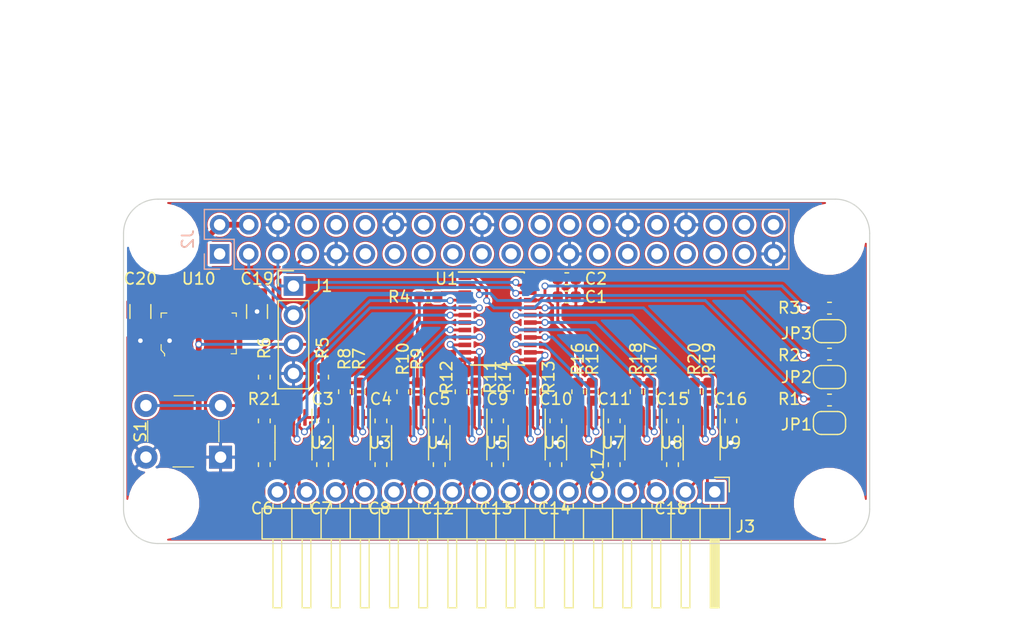
<source format=kicad_pcb>
(kicad_pcb (version 20171130) (host pcbnew "(5.1.4)-1")
  (layers (0 F.Cu signal) (31 B.Cu signal) (34 B.Paste user) (35 F.Paste user) (36 B.SilkS user) (37 F.SilkS user) (38 B.Mask user) (39 F.Mask user) (44 Edge.Cuts user))
  (net 0 "")
  (net 1 GND)
  (net 2 /SCL_PI)
  (net 3 /SDA_PI)
  (net 4 +3V3)
  (net 5 "Net-(C3-Pad1)")
  (net 6 "Net-(C4-Pad1)")
  (net 7 "Net-(C5-Pad1)")
  (net 8 "Net-(C9-Pad1)")
  (net 9 "Net-(C10-Pad1)")
  (net 10 "Net-(C11-Pad1)")
  (net 11 "Net-(C15-Pad1)")
  (net 12 "Net-(C16-Pad1)")
  (net 13 /MOT-7)
  (net 14 /MOT+7)
  (net 15 /MOT-6)
  (net 16 /MOT+6)
  (net 17 /MOT-5)
  (net 18 /MOT+5)
  (net 19 /MOT-4)
  (net 20 /MOT+4)
  (net 21 /MOT-3)
  (net 22 /MOT+3)
  (net 23 /MOT-2)
  (net 24 /MOT+2)
  (net 25 /MOT-1)
  (net 26 /MOT+1)
  (net 27 /MOT-0)
  (net 28 /MOT+0)
  (net 29 /A0)
  (net 30 /A1)
  (net 31 /A2)
  (net 32 "Net-(R4-Pad2)")
  (net 33 /SDA0)
  (net 34 /SCL0)
  (net 35 /SCL1)
  (net 36 /SDA1)
  (net 37 /SCL2)
  (net 38 /SDA2)
  (net 39 /SDA3)
  (net 40 /SCL3)
  (net 41 /SCL4)
  (net 42 /SDA4)
  (net 43 /SCL5)
  (net 44 /SDA5)
  (net 45 /SDA6)
  (net 46 /SCL6)
  (net 47 /SDA7)
  (net 48 /SCL7)
  (net 49 +5V)
  (net 50 /IP_BTN)
  (module Capacitor_SMD:C_1206_3216Metric (layer F.Cu) (at 13.97 34.29 270)
    (fp_text reference C20 (at -2.8575 0 180) (layer F.SilkS))
    (fp_text value 22u)
    (pad 1 smd roundrect (at -1.4 0 270) (size 1.25 1.75) (layers F.Cu F.Paste F.Mask) (roundrect_rratio 0.2) (net 4 +3V3))
    (pad 2 smd roundrect (at 1.4 0 270) (size 1.25 1.75) (layers F.Cu F.Paste F.Mask) (roundrect_rratio 0.2) (net 1 GND))
  )
  (module Capacitor_SMD:C_0603_1608Metric (layer F.Cu) (at 29.845 43.815 270)
    (fp_text reference C3 (at -1.905 0 180) (layer F.SilkS))
    (fp_text value 1u)
    (pad 2 smd roundrect (at 0.7875 0 270) (size 0.875 0.95) (layers F.Cu F.Paste F.Mask) (net 1 GND))
    (pad 1 smd roundrect (at -0.7875 0 270) (size 0.875 0.95) (layers F.Cu F.Paste F.Mask) (net 5 "Net-(C3-Pad1)"))
  )
  (module RPi_Hat:RPi_Hat_Mounting_Hole (layer F.Cu) (at 16 51)
    (fp_text reference "" hide)
    (fp_text value "" hide)
    (pad "" np_thru_hole circle (at 0 0) (size 2.75 2.75) (drill 2.75) (layers *.Cu *.Mask) (clearance 1.725))
  )
  (module RPi_Hat:RPi_Hat_Mounting_Hole (layer F.Cu) (at 74 28)
    (fp_text reference "" hide)
    (fp_text value "" hide)
    (pad "" np_thru_hole circle (at 0 0) (size 2.75 2.75) (drill 2.75) (layers *.Cu *.Mask) (clearance 1.725))
  )
  (module RPi_Hat:RPi_Hat_Mounting_Hole (layer F.Cu) (at 74 51)
    (fp_text reference "" hide)
    (fp_text value "" hide)
    (pad "" np_thru_hole circle (at 0 0) (size 2.75 2.75) (drill 2.75) (layers *.Cu *.Mask) (clearance 1.725))
  )
  (module RPi_Hat:RPi_Hat_Mounting_Hole (layer F.Cu) (at 16 28)
    (fp_text reference "" hide)
    (fp_text value "" hide)
    (pad "" np_thru_hole circle (at 0 0) (size 2.75 2.75) (drill 2.75) (layers *.Cu *.Mask) (clearance 1.725))
  )
  (module Connector_PinSocket_2.54mm:PinSocket_2x20_P2.54mm_Vertical (layer B.Cu) (at 20.87 29.27 270)
    (fp_text reference J2 (at -1.27 2.77 270) (layer B.SilkS) (effects (justify mirror)))
    (fp_text value RPi_GPIO)
    (pad 1 thru_hole rect (at 0 0 270) (size 1.7 1.7) (drill 1) (layers *.Cu *.Mask))
    (pad 2 thru_hole oval (at -2.54 0 270) (size 1.7 1.7) (drill 1) (layers *.Cu *.Mask) (net 49 +5V))
    (pad 3 thru_hole oval (at 0 -2.54 270) (size 1.7 1.7) (drill 1) (layers *.Cu *.Mask) (net 2 /SCL_PI))
    (pad 4 thru_hole oval (at -2.54 -2.54 270) (size 1.7 1.7) (drill 1) (layers *.Cu *.Mask) (net 49 +5V))
    (pad 5 thru_hole oval (at 0 -5.08 270) (size 1.7 1.7) (drill 1) (layers *.Cu *.Mask) (net 3 /SDA_PI))
    (pad 6 thru_hole oval (at -2.54 -5.08 270) (size 1.7 1.7) (drill 1) (layers *.Cu *.Mask) (net 1 GND))
    (pad 7 thru_hole oval (at 0 -7.62 270) (size 1.7 1.7) (drill 1) (layers *.Cu *.Mask) (net 50 /IP_BTN))
    (pad 8 thru_hole oval (at -2.54 -7.62 270) (size 1.7 1.7) (drill 1) (layers *.Cu *.Mask))
    (pad 9 thru_hole oval (at 0 -10.16 270) (size 1.7 1.7) (drill 1) (layers *.Cu *.Mask) (net 1 GND))
    (pad 10 thru_hole oval (at -2.54 -10.16 270) (size 1.7 1.7) (drill 1) (layers *.Cu *.Mask))
    (pad 11 thru_hole oval (at 0 -12.7 270) (size 1.7 1.7) (drill 1) (layers *.Cu *.Mask))
    (pad 12 thru_hole oval (at -2.54 -12.7 270) (size 1.7 1.7) (drill 1) (layers *.Cu *.Mask))
    (pad 13 thru_hole oval (at 0 -15.24 270) (size 1.7 1.7) (drill 1) (layers *.Cu *.Mask))
    (pad 14 thru_hole oval (at -2.54 -15.24 270) (size 1.7 1.7) (drill 1) (layers *.Cu *.Mask) (net 1 GND))
    (pad 15 thru_hole oval (at 0 -17.78 270) (size 1.7 1.7) (drill 1) (layers *.Cu *.Mask))
    (pad 16 thru_hole oval (at -2.54 -17.78 270) (size 1.7 1.7) (drill 1) (layers *.Cu *.Mask))
    (pad 17 thru_hole oval (at 0 -20.32 270) (size 1.7 1.7) (drill 1) (layers *.Cu *.Mask))
    (pad 18 thru_hole oval (at -2.54 -20.32 270) (size 1.7 1.7) (drill 1) (layers *.Cu *.Mask))
    (pad 19 thru_hole oval (at 0 -22.86 270) (size 1.7 1.7) (drill 1) (layers *.Cu *.Mask))
    (pad 20 thru_hole oval (at -2.54 -22.86 270) (size 1.7 1.7) (drill 1) (layers *.Cu *.Mask) (net 1 GND))
    (pad 21 thru_hole oval (at 0 -25.4 270) (size 1.7 1.7) (drill 1) (layers *.Cu *.Mask))
    (pad 22 thru_hole oval (at -2.54 -25.4 270) (size 1.7 1.7) (drill 1) (layers *.Cu *.Mask))
    (pad 23 thru_hole oval (at 0 -27.94 270) (size 1.7 1.7) (drill 1) (layers *.Cu *.Mask))
    (pad 24 thru_hole oval (at -2.54 -27.94 270) (size 1.7 1.7) (drill 1) (layers *.Cu *.Mask))
    (pad 25 thru_hole oval (at 0 -30.48 270) (size 1.7 1.7) (drill 1) (layers *.Cu *.Mask) (net 1 GND))
    (pad 26 thru_hole oval (at -2.54 -30.48 270) (size 1.7 1.7) (drill 1) (layers *.Cu *.Mask))
    (pad 27 thru_hole oval (at 0 -33.02 270) (size 1.7 1.7) (drill 1) (layers *.Cu *.Mask))
    (pad 28 thru_hole oval (at -2.54 -33.02 270) (size 1.7 1.7) (drill 1) (layers *.Cu *.Mask))
    (pad 29 thru_hole oval (at 0 -35.56 270) (size 1.7 1.7) (drill 1) (layers *.Cu *.Mask))
    (pad 30 thru_hole oval (at -2.54 -35.56 270) (size 1.7 1.7) (drill 1) (layers *.Cu *.Mask) (net 1 GND))
    (pad 31 thru_hole oval (at 0 -38.1 270) (size 1.7 1.7) (drill 1) (layers *.Cu *.Mask))
    (pad 32 thru_hole oval (at -2.54 -38.1 270) (size 1.7 1.7) (drill 1) (layers *.Cu *.Mask))
    (pad 33 thru_hole oval (at 0 -40.64 270) (size 1.7 1.7) (drill 1) (layers *.Cu *.Mask))
    (pad 34 thru_hole oval (at -2.54 -40.64 270) (size 1.7 1.7) (drill 1) (layers *.Cu *.Mask) (net 1 GND))
    (pad 35 thru_hole oval (at 0 -43.18 270) (size 1.7 1.7) (drill 1) (layers *.Cu *.Mask))
    (pad 36 thru_hole oval (at -2.54 -43.18 270) (size 1.7 1.7) (drill 1) (layers *.Cu *.Mask))
    (pad 37 thru_hole oval (at 0 -45.72 270) (size 1.7 1.7) (drill 1) (layers *.Cu *.Mask))
    (pad 38 thru_hole oval (at -2.54 -45.72 270) (size 1.7 1.7) (drill 1) (layers *.Cu *.Mask))
    (pad 39 thru_hole oval (at 0 -48.26 270) (size 1.7 1.7) (drill 1) (layers *.Cu *.Mask) (net 1 GND))
    (pad 40 thru_hole oval (at -2.54 -48.26 270) (size 1.7 1.7) (drill 1) (layers *.Cu *.Mask))
  )
  (module Package_SO:TSSOP-24_4.4x7.8mm_P0.65mm (layer F.Cu) (at 45.085 34.925)
    (fp_text reference U1 (at -4.445 -3.4925) (layer F.SilkS))
    (fp_text value TCA9548APW)
    (pad 1 smd rect (at -2.85 -3.575) (size 1.1 0.4) (layers F.Cu F.Paste F.Mask) (net 29 /A0))
    (pad 2 smd rect (at -2.85 -2.925) (size 1.1 0.4) (layers F.Cu F.Paste F.Mask) (net 30 /A1))
    (pad 3 smd rect (at -2.85 -2.275) (size 1.1 0.4) (layers F.Cu F.Paste F.Mask) (net 32 "Net-(R4-Pad2)"))
    (pad 4 smd rect (at -2.85 -1.625) (size 1.1 0.4) (layers F.Cu F.Paste F.Mask) (net 33 /SDA0))
    (pad 5 smd rect (at -2.85 -0.975) (size 1.1 0.4) (layers F.Cu F.Paste F.Mask) (net 34 /SCL0))
    (pad 6 smd rect (at -2.85 -0.325) (size 1.1 0.4) (layers F.Cu F.Paste F.Mask) (net 36 /SDA1))
    (pad 7 smd rect (at -2.85 0.325) (size 1.1 0.4) (layers F.Cu F.Paste F.Mask) (net 35 /SCL1))
    (pad 8 smd rect (at -2.85 0.975) (size 1.1 0.4) (layers F.Cu F.Paste F.Mask) (net 38 /SDA2))
    (pad 9 smd rect (at -2.85 1.625) (size 1.1 0.4) (layers F.Cu F.Paste F.Mask) (net 37 /SCL2))
    (pad 10 smd rect (at -2.85 2.275) (size 1.1 0.4) (layers F.Cu F.Paste F.Mask) (net 39 /SDA3))
    (pad 11 smd rect (at -2.85 2.925) (size 1.1 0.4) (layers F.Cu F.Paste F.Mask) (net 40 /SCL3))
    (pad 12 smd rect (at -2.85 3.575) (size 1.1 0.4) (layers F.Cu F.Paste F.Mask) (net 1 GND))
    (pad 13 smd rect (at 2.85 3.575) (size 1.1 0.4) (layers F.Cu F.Paste F.Mask) (net 42 /SDA4))
    (pad 14 smd rect (at 2.85 2.925) (size 1.1 0.4) (layers F.Cu F.Paste F.Mask) (net 41 /SCL4))
    (pad 15 smd rect (at 2.85 2.275) (size 1.1 0.4) (layers F.Cu F.Paste F.Mask) (net 44 /SDA5))
    (pad 16 smd rect (at 2.85 1.625) (size 1.1 0.4) (layers F.Cu F.Paste F.Mask) (net 43 /SCL5))
    (pad 17 smd rect (at 2.85 0.975) (size 1.1 0.4) (layers F.Cu F.Paste F.Mask) (net 45 /SDA6))
    (pad 18 smd rect (at 2.85 0.325) (size 1.1 0.4) (layers F.Cu F.Paste F.Mask) (net 46 /SCL6))
    (pad 19 smd rect (at 2.85 -0.325) (size 1.1 0.4) (layers F.Cu F.Paste F.Mask) (net 47 /SDA7))
    (pad 20 smd rect (at 2.85 -0.975) (size 1.1 0.4) (layers F.Cu F.Paste F.Mask) (net 48 /SCL7))
    (pad 21 smd rect (at 2.85 -1.625) (size 1.1 0.4) (layers F.Cu F.Paste F.Mask) (net 31 /A2))
    (pad 22 smd rect (at 2.85 -2.275) (size 1.1 0.4) (layers F.Cu F.Paste F.Mask) (net 2 /SCL_PI))
    (pad 23 smd rect (at 2.85 -2.925) (size 1.1 0.4) (layers F.Cu F.Paste F.Mask) (net 3 /SDA_PI))
    (pad 24 smd rect (at 2.85 -3.575) (size 1.1 0.4) (layers F.Cu F.Paste F.Mask) (net 4 +3V3))
  )
  (module Capacitor_SMD:C_0603_1608Metric (layer F.Cu) (at 51.1175 33.02)
    (fp_text reference C1 (at 2.54 0) (layer F.SilkS))
    (fp_text value 100n)
    (pad 2 smd roundrect (at 0.7875 0) (size 0.875 0.95) (layers F.Cu F.Paste F.Mask) (net 1 GND))
    (pad 1 smd roundrect (at -0.7875 0) (size 0.875 0.95) (layers F.Cu F.Paste F.Mask) (net 4 +3V3))
  )
  (module Capacitor_SMD:C_0603_1608Metric (layer F.Cu) (at 51.1175 31.4325)
    (fp_text reference C2 (at 2.54 0) (layer F.SilkS))
    (fp_text value 1u)
    (pad 1 smd roundrect (at -0.7875 0) (size 0.875 0.95) (layers F.Cu F.Paste F.Mask) (net 4 +3V3))
    (pad 2 smd roundrect (at 0.7875 0) (size 0.875 0.95) (layers F.Cu F.Paste F.Mask) (net 1 GND))
  )
  (module Capacitor_SMD:C_0603_1608Metric (layer F.Cu) (at 34.925 43.815 270)
    (fp_text reference C4 (at -1.905 0 180) (layer F.SilkS))
    (fp_text value 1u)
    (pad 2 smd roundrect (at 0.7875 0 270) (size 0.875 0.95) (layers F.Cu F.Paste F.Mask) (net 1 GND))
    (pad 1 smd roundrect (at -0.7875 0 270) (size 0.875 0.95) (layers F.Cu F.Paste F.Mask) (net 6 "Net-(C4-Pad1)"))
  )
  (module Capacitor_SMD:C_0603_1608Metric (layer F.Cu) (at 40.005 43.815 270)
    (fp_text reference C5 (at -1.905 0 180) (layer F.SilkS))
    (fp_text value 1u)
    (pad 2 smd roundrect (at 0.7875 0 270) (size 0.875 0.95) (layers F.Cu F.Paste F.Mask) (net 1 GND))
    (pad 1 smd roundrect (at -0.7875 0 270) (size 0.875 0.95) (layers F.Cu F.Paste F.Mask) (net 7 "Net-(C5-Pad1)"))
  )
  (module Capacitor_SMD:C_0603_1608Metric (layer F.Cu) (at 24.765 47.625 90)
    (fp_text reference C6 (at -3.815 -0.195 180) (layer F.SilkS))
    (fp_text value 1u)
    (pad 1 smd roundrect (at -0.7875 0 90) (size 0.875 0.95) (layers F.Cu F.Paste F.Mask) (net 4 +3V3))
    (pad 2 smd roundrect (at 0.7875 0 90) (size 0.875 0.95) (layers F.Cu F.Paste F.Mask) (net 1 GND))
  )
  (module Capacitor_SMD:C_0603_1608Metric (layer F.Cu) (at 29.845 47.625 90)
    (fp_text reference C7 (at -3.815 -0.135 180) (layer F.SilkS))
    (fp_text value 1u)
    (pad 1 smd roundrect (at -0.7875 0 90) (size 0.875 0.95) (layers F.Cu F.Paste F.Mask) (net 4 +3V3))
    (pad 2 smd roundrect (at 0.7875 0 90) (size 0.875 0.95) (layers F.Cu F.Paste F.Mask) (net 1 GND))
  )
  (module Capacitor_SMD:C_0603_1608Metric (layer F.Cu) (at 34.925 47.625 90)
    (fp_text reference C8 (at -3.815 -0.135 180) (layer F.SilkS))
    (fp_text value 1u)
    (pad 1 smd roundrect (at -0.7875 0 90) (size 0.875 0.95) (layers F.Cu F.Paste F.Mask) (net 4 +3V3))
    (pad 2 smd roundrect (at 0.7875 0 90) (size 0.875 0.95) (layers F.Cu F.Paste F.Mask) (net 1 GND))
  )
  (module Capacitor_SMD:C_0603_1608Metric (layer F.Cu) (at 45.085 43.815 270)
    (fp_text reference C9 (at -1.905 0 180) (layer F.SilkS))
    (fp_text value 1u)
    (pad 2 smd roundrect (at 0.7875 0 270) (size 0.875 0.95) (layers F.Cu F.Paste F.Mask) (net 1 GND))
    (pad 1 smd roundrect (at -0.7875 0 270) (size 0.875 0.95) (layers F.Cu F.Paste F.Mask) (net 8 "Net-(C9-Pad1)"))
  )
  (module Capacitor_SMD:C_0603_1608Metric (layer F.Cu) (at 50.165 43.815 270)
    (fp_text reference C10 (at -1.905 0 180) (layer F.SilkS))
    (fp_text value 1u)
    (pad 1 smd roundrect (at -0.7875 0 270) (size 0.875 0.95) (layers F.Cu F.Paste F.Mask) (net 9 "Net-(C10-Pad1)"))
    (pad 2 smd roundrect (at 0.7875 0 270) (size 0.875 0.95) (layers F.Cu F.Paste F.Mask) (net 1 GND))
  )
  (module Capacitor_SMD:C_0603_1608Metric (layer F.Cu) (at 55.245 43.815 270)
    (fp_text reference C11 (at -1.905 0 180) (layer F.SilkS))
    (fp_text value 1u)
    (pad 2 smd roundrect (at 0.7875 0 270) (size 0.875 0.95) (layers F.Cu F.Paste F.Mask) (net 1 GND))
    (pad 1 smd roundrect (at -0.7875 0 270) (size 0.875 0.95) (layers F.Cu F.Paste F.Mask) (net 10 "Net-(C11-Pad1)"))
  )
  (module Capacitor_SMD:C_0603_1608Metric (layer F.Cu) (at 40.005 47.625 90)
    (fp_text reference C12 (at -3.815 -0.135 180) (layer F.SilkS))
    (fp_text value 1u)
    (pad 2 smd roundrect (at 0.7875 0 90) (size 0.875 0.95) (layers F.Cu F.Paste F.Mask) (net 1 GND))
    (pad 1 smd roundrect (at -0.7875 0 90) (size 0.875 0.95) (layers F.Cu F.Paste F.Mask) (net 4 +3V3))
  )
  (module Capacitor_SMD:C_0603_1608Metric (layer F.Cu) (at 45.085 47.625 90)
    (fp_text reference C13 (at -3.815 -0.135 180) (layer F.SilkS))
    (fp_text value 1u)
    (pad 2 smd roundrect (at 0.7875 0 90) (size 0.875 0.95) (layers F.Cu F.Paste F.Mask) (net 1 GND))
    (pad 1 smd roundrect (at -0.7875 0 90) (size 0.875 0.95) (layers F.Cu F.Paste F.Mask) (net 4 +3V3))
  )
  (module Capacitor_SMD:C_0603_1608Metric (layer F.Cu) (at 50.165 47.625 90)
    (fp_text reference C14 (at -3.815 -0.135 180) (layer F.SilkS))
    (fp_text value 1u)
    (pad 1 smd roundrect (at -0.7875 0 90) (size 0.875 0.95) (layers F.Cu F.Paste F.Mask) (net 4 +3V3))
    (pad 2 smd roundrect (at 0.7875 0 90) (size 0.875 0.95) (layers F.Cu F.Paste F.Mask) (net 1 GND))
  )
  (module Capacitor_SMD:C_0603_1608Metric (layer F.Cu) (at 60.325 43.815 270)
    (fp_text reference C15 (at -1.905 0 180) (layer F.SilkS))
    (fp_text value 1u)
    (pad 1 smd roundrect (at -0.7875 0 270) (size 0.875 0.95) (layers F.Cu F.Paste F.Mask) (net 11 "Net-(C15-Pad1)"))
    (pad 2 smd roundrect (at 0.7875 0 270) (size 0.875 0.95) (layers F.Cu F.Paste F.Mask) (net 1 GND))
  )
  (module Capacitor_SMD:C_0603_1608Metric (layer F.Cu) (at 65.405 43.815 270)
    (fp_text reference C16 (at -1.905 0 180) (layer F.SilkS))
    (fp_text value 1u)
    (pad 2 smd roundrect (at 0.7875 0 270) (size 0.875 0.95) (layers F.Cu F.Paste F.Mask) (net 1 GND))
    (pad 1 smd roundrect (at -0.7875 0 270) (size 0.875 0.95) (layers F.Cu F.Paste F.Mask) (net 12 "Net-(C16-Pad1)"))
  )
  (module Capacitor_SMD:C_0603_1608Metric (layer F.Cu) (at 55.245 47.625 90)
    (fp_text reference C17 (at 0 -1.43 90) (layer F.SilkS))
    (fp_text value 1u)
    (pad 1 smd roundrect (at -0.7875 0 90) (size 0.875 0.95) (layers F.Cu F.Paste F.Mask) (net 4 +3V3))
    (pad 2 smd roundrect (at 0.7875 0 90) (size 0.875 0.95) (layers F.Cu F.Paste F.Mask) (net 1 GND))
  )
  (module Capacitor_SMD:C_0603_1608Metric (layer F.Cu) (at 60.325 47.625 90)
    (fp_text reference C18 (at -3.815 -0.135 180) (layer F.SilkS))
    (fp_text value 1u)
    (pad 1 smd roundrect (at -0.7875 0 90) (size 0.875 0.95) (layers F.Cu F.Paste F.Mask) (net 4 +3V3))
    (pad 2 smd roundrect (at 0.7875 0 90) (size 0.875 0.95) (layers F.Cu F.Paste F.Mask) (net 1 GND))
  )
  (module Connector_PinHeader_2.54mm:PinHeader_1x16_P2.54mm_Horizontal (layer F.Cu) (at 64 50 270)
    (fp_text reference J3 (at 3.0225 -2.675 180) (layer F.SilkS))
    (fp_text value Conn_01x16_Male)
    (pad 1 thru_hole rect (at 0 0 270) (size 1.7 1.7) (drill 1) (layers *.Cu *.Mask) (net 13 /MOT-7))
    (pad 2 thru_hole oval (at 0 2.54 270) (size 1.7 1.7) (drill 1) (layers *.Cu *.Mask) (net 14 /MOT+7))
    (pad 3 thru_hole oval (at 0 5.08 270) (size 1.7 1.7) (drill 1) (layers *.Cu *.Mask) (net 15 /MOT-6))
    (pad 4 thru_hole oval (at 0 7.62 270) (size 1.7 1.7) (drill 1) (layers *.Cu *.Mask) (net 16 /MOT+6))
    (pad 5 thru_hole oval (at 0 10.16 270) (size 1.7 1.7) (drill 1) (layers *.Cu *.Mask) (net 17 /MOT-5))
    (pad 6 thru_hole oval (at 0 12.7 270) (size 1.7 1.7) (drill 1) (layers *.Cu *.Mask) (net 18 /MOT+5))
    (pad 7 thru_hole oval (at 0 15.24 270) (size 1.7 1.7) (drill 1) (layers *.Cu *.Mask) (net 19 /MOT-4))
    (pad 8 thru_hole oval (at 0 17.78 270) (size 1.7 1.7) (drill 1) (layers *.Cu *.Mask) (net 20 /MOT+4))
    (pad 9 thru_hole oval (at 0 20.32 270) (size 1.7 1.7) (drill 1) (layers *.Cu *.Mask) (net 21 /MOT-3))
    (pad 10 thru_hole oval (at 0 22.86 270) (size 1.7 1.7) (drill 1) (layers *.Cu *.Mask) (net 22 /MOT+3))
    (pad 11 thru_hole oval (at 0 25.4 270) (size 1.7 1.7) (drill 1) (layers *.Cu *.Mask) (net 23 /MOT-2))
    (pad 12 thru_hole oval (at 0 27.94 270) (size 1.7 1.7) (drill 1) (layers *.Cu *.Mask) (net 24 /MOT+2))
    (pad 13 thru_hole oval (at 0 30.48 270) (size 1.7 1.7) (drill 1) (layers *.Cu *.Mask) (net 25 /MOT-1))
    (pad 14 thru_hole oval (at 0 33.02 270) (size 1.7 1.7) (drill 1) (layers *.Cu *.Mask) (net 26 /MOT+1))
    (pad 15 thru_hole oval (at 0 35.56 270) (size 1.7 1.7) (drill 1) (layers *.Cu *.Mask) (net 27 /MOT-0))
    (pad 16 thru_hole oval (at 0 38.1 270) (size 1.7 1.7) (drill 1) (layers *.Cu *.Mask) (net 28 /MOT+0))
  )
  (module Resistor_SMD:R_0603_1608Metric (layer F.Cu) (at 74 42)
    (fp_text reference R1 (at -3.515 -0.09) (layer F.SilkS))
    (fp_text value 10K)
    (pad 1 smd roundrect (at -0.7875 0) (size 0.875 0.95) (layers F.Cu F.Paste F.Mask) (net 29 /A0))
    (pad 2 smd roundrect (at 0.7875 0) (size 0.875 0.95) (layers F.Cu F.Paste F.Mask) (net 1 GND))
  )
  (module Resistor_SMD:R_0603_1608Metric (layer F.Cu) (at 74 38)
    (fp_text reference R2 (at -3.515 0.1) (layer F.SilkS))
    (fp_text value 10K)
    (pad 2 smd roundrect (at 0.7875 0) (size 0.875 0.95) (layers F.Cu F.Paste F.Mask) (net 1 GND))
    (pad 1 smd roundrect (at -0.7875 0) (size 0.875 0.95) (layers F.Cu F.Paste F.Mask) (net 30 /A1))
  )
  (module Resistor_SMD:R_0603_1608Metric (layer F.Cu) (at 74 34)
    (fp_text reference R3 (at -3.515 -0.0275) (layer F.SilkS))
    (fp_text value 10K)
    (pad 1 smd roundrect (at -0.7875 0) (size 0.875 0.95) (layers F.Cu F.Paste F.Mask) (net 31 /A2))
    (pad 2 smd roundrect (at 0.7875 0) (size 0.875 0.95) (layers F.Cu F.Paste F.Mask) (net 1 GND))
  )
  (module Resistor_SMD:R_0603_1608Metric (layer F.Cu) (at 39.0525 33.02)
    (fp_text reference R4 (at -2.54 0) (layer F.SilkS))
    (fp_text value 10K)
    (pad 2 smd roundrect (at 0.7875 0) (size 0.875 0.95) (layers F.Cu F.Paste F.Mask) (net 32 "Net-(R4-Pad2)"))
    (pad 1 smd roundrect (at -0.7875 0) (size 0.875 0.95) (layers F.Cu F.Paste F.Mask) (net 4 +3V3))
  )
  (module Package_SO:VSSOP-10_3x3mm_P0.5mm (layer F.Cu) (at 27.305 45.72 270)
    (fp_text reference U2 (at 0 -2.45 180) (layer F.SilkS))
    (fp_text value DRV2605L)
    (pad 10 smd roundrect (at 2.2 -1 270) (size 1.45 0.3) (layers F.Cu F.Paste F.Mask) (net 4 +3V3))
    (pad 9 smd roundrect (at 2.2 -0.5 270) (size 1.45 0.3) (layers F.Cu F.Paste F.Mask) (net 27 /MOT-0))
    (pad 8 smd roundrect (at 2.2 0 270) (size 1.45 0.3) (layers F.Cu F.Paste F.Mask) (net 1 GND))
    (pad 7 smd roundrect (at 2.2 0.5 270) (size 1.45 0.3) (layers F.Cu F.Paste F.Mask) (net 28 /MOT+0))
    (pad 6 smd roundrect (at 2.2 1 270) (size 1.45 0.3) (layers F.Cu F.Paste F.Mask) (net 4 +3V3))
    (pad 5 smd roundrect (at -2.2 1 270) (size 1.45 0.3) (layers F.Cu F.Paste F.Mask) (net 4 +3V3))
    (pad 4 smd roundrect (at -2.2 0.5 270) (size 1.45 0.3) (layers F.Cu F.Paste F.Mask))
    (pad 3 smd roundrect (at -2.2 0 270) (size 1.45 0.3) (layers F.Cu F.Paste F.Mask) (net 33 /SDA0))
    (pad 2 smd roundrect (at -2.2 -0.5 270) (size 1.45 0.3) (layers F.Cu F.Paste F.Mask) (net 34 /SCL0))
    (pad 1 smd roundrect (at -2.2 -1 270) (size 1.45 0.3) (layers F.Cu F.Paste F.Mask) (net 5 "Net-(C3-Pad1)"))
  )
  (module Package_SO:VSSOP-10_3x3mm_P0.5mm (layer F.Cu) (at 32.385 45.72 270)
    (fp_text reference U3 (at 0 -2.45 180) (layer F.SilkS))
    (fp_text value DRV2605L)
    (pad 1 smd roundrect (at -2.2 -1 270) (size 1.45 0.3) (layers F.Cu F.Paste F.Mask) (net 6 "Net-(C4-Pad1)"))
    (pad 2 smd roundrect (at -2.2 -0.5 270) (size 1.45 0.3) (layers F.Cu F.Paste F.Mask) (net 35 /SCL1))
    (pad 3 smd roundrect (at -2.2 0 270) (size 1.45 0.3) (layers F.Cu F.Paste F.Mask) (net 36 /SDA1))
    (pad 4 smd roundrect (at -2.2 0.5 270) (size 1.45 0.3) (layers F.Cu F.Paste F.Mask))
    (pad 5 smd roundrect (at -2.2 1 270) (size 1.45 0.3) (layers F.Cu F.Paste F.Mask) (net 4 +3V3))
    (pad 6 smd roundrect (at 2.2 1 270) (size 1.45 0.3) (layers F.Cu F.Paste F.Mask) (net 4 +3V3))
    (pad 7 smd roundrect (at 2.2 0.5 270) (size 1.45 0.3) (layers F.Cu F.Paste F.Mask) (net 26 /MOT+1))
    (pad 8 smd roundrect (at 2.2 0 270) (size 1.45 0.3) (layers F.Cu F.Paste F.Mask) (net 1 GND))
    (pad 9 smd roundrect (at 2.2 -0.5 270) (size 1.45 0.3) (layers F.Cu F.Paste F.Mask) (net 25 /MOT-1))
    (pad 10 smd roundrect (at 2.2 -1 270) (size 1.45 0.3) (layers F.Cu F.Paste F.Mask) (net 4 +3V3))
  )
  (module Package_SO:VSSOP-10_3x3mm_P0.5mm (layer F.Cu) (at 37.465 45.72 270)
    (fp_text reference U4 (at 0 -2.45 180) (layer F.SilkS))
    (fp_text value DRV2605L)
    (pad 1 smd roundrect (at -2.2 -1 270) (size 1.45 0.3) (layers F.Cu F.Paste F.Mask) (net 7 "Net-(C5-Pad1)"))
    (pad 2 smd roundrect (at -2.2 -0.5 270) (size 1.45 0.3) (layers F.Cu F.Paste F.Mask) (net 37 /SCL2))
    (pad 3 smd roundrect (at -2.2 0 270) (size 1.45 0.3) (layers F.Cu F.Paste F.Mask) (net 38 /SDA2))
    (pad 4 smd roundrect (at -2.2 0.5 270) (size 1.45 0.3) (layers F.Cu F.Paste F.Mask))
    (pad 5 smd roundrect (at -2.2 1 270) (size 1.45 0.3) (layers F.Cu F.Paste F.Mask) (net 4 +3V3))
    (pad 6 smd roundrect (at 2.2 1 270) (size 1.45 0.3) (layers F.Cu F.Paste F.Mask) (net 4 +3V3))
    (pad 7 smd roundrect (at 2.2 0.5 270) (size 1.45 0.3) (layers F.Cu F.Paste F.Mask) (net 24 /MOT+2))
    (pad 8 smd roundrect (at 2.2 0 270) (size 1.45 0.3) (layers F.Cu F.Paste F.Mask) (net 1 GND))
    (pad 9 smd roundrect (at 2.2 -0.5 270) (size 1.45 0.3) (layers F.Cu F.Paste F.Mask) (net 23 /MOT-2))
    (pad 10 smd roundrect (at 2.2 -1 270) (size 1.45 0.3) (layers F.Cu F.Paste F.Mask) (net 4 +3V3))
  )
  (module Package_SO:VSSOP-10_3x3mm_P0.5mm (layer F.Cu) (at 42.545 45.72 270)
    (fp_text reference U5 (at 0 -2.45 180) (layer F.SilkS))
    (fp_text value DRV2605L)
    (pad 10 smd roundrect (at 2.2 -1 270) (size 1.45 0.3) (layers F.Cu F.Paste F.Mask) (net 4 +3V3))
    (pad 9 smd roundrect (at 2.2 -0.5 270) (size 1.45 0.3) (layers F.Cu F.Paste F.Mask) (net 21 /MOT-3))
    (pad 8 smd roundrect (at 2.2 0 270) (size 1.45 0.3) (layers F.Cu F.Paste F.Mask) (net 1 GND))
    (pad 7 smd roundrect (at 2.2 0.5 270) (size 1.45 0.3) (layers F.Cu F.Paste F.Mask) (net 22 /MOT+3))
    (pad 6 smd roundrect (at 2.2 1 270) (size 1.45 0.3) (layers F.Cu F.Paste F.Mask) (net 4 +3V3))
    (pad 5 smd roundrect (at -2.2 1 270) (size 1.45 0.3) (layers F.Cu F.Paste F.Mask) (net 4 +3V3))
    (pad 4 smd roundrect (at -2.2 0.5 270) (size 1.45 0.3) (layers F.Cu F.Paste F.Mask))
    (pad 3 smd roundrect (at -2.2 0 270) (size 1.45 0.3) (layers F.Cu F.Paste F.Mask) (net 39 /SDA3))
    (pad 2 smd roundrect (at -2.2 -0.5 270) (size 1.45 0.3) (layers F.Cu F.Paste F.Mask) (net 40 /SCL3))
    (pad 1 smd roundrect (at -2.2 -1 270) (size 1.45 0.3) (layers F.Cu F.Paste F.Mask) (net 8 "Net-(C9-Pad1)"))
  )
  (module Package_SO:VSSOP-10_3x3mm_P0.5mm (layer F.Cu) (at 47.625 45.72 270)
    (fp_text reference U6 (at 0 -2.45 180) (layer F.SilkS))
    (fp_text value DRV2605L)
    (pad 1 smd roundrect (at -2.2 -1 270) (size 1.45 0.3) (layers F.Cu F.Paste F.Mask) (net 9 "Net-(C10-Pad1)"))
    (pad 2 smd roundrect (at -2.2 -0.5 270) (size 1.45 0.3) (layers F.Cu F.Paste F.Mask) (net 41 /SCL4))
    (pad 3 smd roundrect (at -2.2 0 270) (size 1.45 0.3) (layers F.Cu F.Paste F.Mask) (net 42 /SDA4))
    (pad 4 smd roundrect (at -2.2 0.5 270) (size 1.45 0.3) (layers F.Cu F.Paste F.Mask))
    (pad 5 smd roundrect (at -2.2 1 270) (size 1.45 0.3) (layers F.Cu F.Paste F.Mask) (net 4 +3V3))
    (pad 6 smd roundrect (at 2.2 1 270) (size 1.45 0.3) (layers F.Cu F.Paste F.Mask) (net 4 +3V3))
    (pad 7 smd roundrect (at 2.2 0.5 270) (size 1.45 0.3) (layers F.Cu F.Paste F.Mask) (net 20 /MOT+4))
    (pad 8 smd roundrect (at 2.2 0 270) (size 1.45 0.3) (layers F.Cu F.Paste F.Mask) (net 1 GND))
    (pad 9 smd roundrect (at 2.2 -0.5 270) (size 1.45 0.3) (layers F.Cu F.Paste F.Mask) (net 19 /MOT-4))
    (pad 10 smd roundrect (at 2.2 -1 270) (size 1.45 0.3) (layers F.Cu F.Paste F.Mask) (net 4 +3V3))
  )
  (module Package_SO:VSSOP-10_3x3mm_P0.5mm (layer F.Cu) (at 52.705 45.72 270)
    (fp_text reference U7 (at 0 -2.45 180) (layer F.SilkS))
    (fp_text value DRV2605L)
    (pad 1 smd roundrect (at -2.2 -1 270) (size 1.45 0.3) (layers F.Cu F.Paste F.Mask) (net 10 "Net-(C11-Pad1)"))
    (pad 2 smd roundrect (at -2.2 -0.5 270) (size 1.45 0.3) (layers F.Cu F.Paste F.Mask) (net 43 /SCL5))
    (pad 3 smd roundrect (at -2.2 0 270) (size 1.45 0.3) (layers F.Cu F.Paste F.Mask) (net 44 /SDA5))
    (pad 4 smd roundrect (at -2.2 0.5 270) (size 1.45 0.3) (layers F.Cu F.Paste F.Mask))
    (pad 5 smd roundrect (at -2.2 1 270) (size 1.45 0.3) (layers F.Cu F.Paste F.Mask) (net 4 +3V3))
    (pad 6 smd roundrect (at 2.2 1 270) (size 1.45 0.3) (layers F.Cu F.Paste F.Mask) (net 4 +3V3))
    (pad 7 smd roundrect (at 2.2 0.5 270) (size 1.45 0.3) (layers F.Cu F.Paste F.Mask) (net 18 /MOT+5))
    (pad 8 smd roundrect (at 2.2 0 270) (size 1.45 0.3) (layers F.Cu F.Paste F.Mask) (net 1 GND))
    (pad 9 smd roundrect (at 2.2 -0.5 270) (size 1.45 0.3) (layers F.Cu F.Paste F.Mask) (net 17 /MOT-5))
    (pad 10 smd roundrect (at 2.2 -1 270) (size 1.45 0.3) (layers F.Cu F.Paste F.Mask) (net 4 +3V3))
  )
  (module Package_SO:VSSOP-10_3x3mm_P0.5mm (layer F.Cu) (at 57.785 45.72 270)
    (fp_text reference U8 (at 0 -2.45 180) (layer F.SilkS))
    (fp_text value DRV2605L)
    (pad 10 smd roundrect (at 2.2 -1 270) (size 1.45 0.3) (layers F.Cu F.Paste F.Mask) (net 4 +3V3))
    (pad 9 smd roundrect (at 2.2 -0.5 270) (size 1.45 0.3) (layers F.Cu F.Paste F.Mask) (net 15 /MOT-6))
    (pad 8 smd roundrect (at 2.2 0 270) (size 1.45 0.3) (layers F.Cu F.Paste F.Mask) (net 1 GND))
    (pad 7 smd roundrect (at 2.2 0.5 270) (size 1.45 0.3) (layers F.Cu F.Paste F.Mask) (net 16 /MOT+6))
    (pad 6 smd roundrect (at 2.2 1 270) (size 1.45 0.3) (layers F.Cu F.Paste F.Mask) (net 4 +3V3))
    (pad 5 smd roundrect (at -2.2 1 270) (size 1.45 0.3) (layers F.Cu F.Paste F.Mask) (net 4 +3V3))
    (pad 4 smd roundrect (at -2.2 0.5 270) (size 1.45 0.3) (layers F.Cu F.Paste F.Mask))
    (pad 3 smd roundrect (at -2.2 0 270) (size 1.45 0.3) (layers F.Cu F.Paste F.Mask) (net 45 /SDA6))
    (pad 2 smd roundrect (at -2.2 -0.5 270) (size 1.45 0.3) (layers F.Cu F.Paste F.Mask) (net 46 /SCL6))
    (pad 1 smd roundrect (at -2.2 -1 270) (size 1.45 0.3) (layers F.Cu F.Paste F.Mask) (net 11 "Net-(C15-Pad1)"))
  )
  (module Package_SO:VSSOP-10_3x3mm_P0.5mm (layer F.Cu) (at 62.865 45.72 270)
    (fp_text reference U9 (at 0 -2.45 180) (layer F.SilkS))
    (fp_text value DRV2605L)
    (pad 10 smd roundrect (at 2.2 -1 270) (size 1.45 0.3) (layers F.Cu F.Paste F.Mask) (net 4 +3V3))
    (pad 9 smd roundrect (at 2.2 -0.5 270) (size 1.45 0.3) (layers F.Cu F.Paste F.Mask) (net 13 /MOT-7))
    (pad 8 smd roundrect (at 2.2 0 270) (size 1.45 0.3) (layers F.Cu F.Paste F.Mask) (net 1 GND))
    (pad 7 smd roundrect (at 2.2 0.5 270) (size 1.45 0.3) (layers F.Cu F.Paste F.Mask) (net 14 /MOT+7))
    (pad 6 smd roundrect (at 2.2 1 270) (size 1.45 0.3) (layers F.Cu F.Paste F.Mask) (net 4 +3V3))
    (pad 5 smd roundrect (at -2.2 1 270) (size 1.45 0.3) (layers F.Cu F.Paste F.Mask) (net 4 +3V3))
    (pad 4 smd roundrect (at -2.2 0.5 270) (size 1.45 0.3) (layers F.Cu F.Paste F.Mask))
    (pad 3 smd roundrect (at -2.2 0 270) (size 1.45 0.3) (layers F.Cu F.Paste F.Mask) (net 47 /SDA7))
    (pad 2 smd roundrect (at -2.2 -0.5 270) (size 1.45 0.3) (layers F.Cu F.Paste F.Mask) (net 48 /SCL7))
    (pad 1 smd roundrect (at -2.2 -1 270) (size 1.45 0.3) (layers F.Cu F.Paste F.Mask) (net 12 "Net-(C16-Pad1)"))
  )
  (module Jumper:SolderJumper-2_P1.3mm_Open_RoundedPad1.0x1.5mm (layer F.Cu) (at 74 44 180)
    (fp_text reference JP1 (at 2.88 -0.1325) (layer F.SilkS))
    (fp_text value SolderJumper_2_Open)
    (pad 1 smd custom (at -0.65 0 180) (size 1 0.5) (layers F.Cu F.Mask) (net 4 +3V3) (options (clearance outline) (anchor rect)) (primitives (gr_circle (center 0 0.25) (end 0.5 0.25) (width 0)) (gr_circle (center 0 -0.25) (end 0.5 -0.25) (width 0)) (gr_poly (pts (xy 0 -0.75) (xy 0.5 -0.75) (xy 0.5 0.75) (xy 0 0.75)) (width 0))))
    (pad 2 smd custom (at 0.65 0 180) (size 1 0.5) (layers F.Cu F.Mask) (net 29 /A0) (options (clearance outline) (anchor rect)) (primitives (gr_circle (center 0 0.25) (end 0.5 0.25) (width 0)) (gr_circle (center 0 -0.25) (end 0.5 -0.25) (width 0)) (gr_poly (pts (xy 0 -0.75) (xy -0.5 -0.75) (xy -0.5 0.75) (xy 0 0.75)) (width 0))))
  )
  (module Jumper:SolderJumper-2_P1.3mm_Open_RoundedPad1.0x1.5mm (layer F.Cu) (at 74 40 180)
    (fp_text reference JP2 (at 2.88 -0.005) (layer F.SilkS))
    (fp_text value SolderJumper_2_Open)
    (pad 2 smd custom (at 0.65 0 180) (size 1 0.5) (layers F.Cu F.Mask) (net 30 /A1) (options (clearance outline) (anchor rect)) (primitives (gr_circle (center 0 0.25) (end 0.5 0.25) (width 0)) (gr_circle (center 0 -0.25) (end 0.5 -0.25) (width 0)) (gr_poly (pts (xy 0 -0.75) (xy -0.5 -0.75) (xy -0.5 0.75) (xy 0 0.75)) (width 0))))
    (pad 1 smd custom (at -0.65 0 180) (size 1 0.5) (layers F.Cu F.Mask) (net 4 +3V3) (options (clearance outline) (anchor rect)) (primitives (gr_circle (center 0 0.25) (end 0.5 0.25) (width 0)) (gr_circle (center 0 -0.25) (end 0.5 -0.25) (width 0)) (gr_poly (pts (xy 0 -0.75) (xy 0.5 -0.75) (xy 0.5 0.75) (xy 0 0.75)) (width 0))))
  )
  (module Jumper:SolderJumper-2_P1.3mm_Open_RoundedPad1.0x1.5mm (layer F.Cu) (at 74 36 180)
    (fp_text reference JP3 (at 2.88 -0.195) (layer F.SilkS))
    (fp_text value SolderJumper_2_Open)
    (pad 1 smd custom (at -0.65 0 180) (size 1 0.5) (layers F.Cu F.Mask) (net 4 +3V3) (options (clearance outline) (anchor rect)) (primitives (gr_circle (center 0 0.25) (end 0.5 0.25) (width 0)) (gr_circle (center 0 -0.25) (end 0.5 -0.25) (width 0)) (gr_poly (pts (xy 0 -0.75) (xy 0.5 -0.75) (xy 0.5 0.75) (xy 0 0.75)) (width 0))))
    (pad 2 smd custom (at 0.65 0 180) (size 1 0.5) (layers F.Cu F.Mask) (net 31 /A2) (options (clearance outline) (anchor rect)) (primitives (gr_circle (center 0 0.25) (end 0.5 0.25) (width 0)) (gr_circle (center 0 -0.25) (end 0.5 -0.25) (width 0)) (gr_poly (pts (xy 0 -0.75) (xy -0.5 -0.75) (xy -0.5 0.75) (xy 0 0.75)) (width 0))))
  )
  (module Resistor_SMD:R_0603_1608Metric (layer F.Cu) (at 29.845 40.005 270)
    (fp_text reference R5 (at -2.54 0 90) (layer F.SilkS))
    (fp_text value 4.7K)
    (pad 2 smd roundrect (at 0.7875 0 270) (size 0.875 0.95) (layers F.Cu F.Paste F.Mask) (net 34 /SCL0))
    (pad 1 smd roundrect (at -0.7875 0 270) (size 0.875 0.95) (layers F.Cu F.Paste F.Mask) (net 4 +3V3))
  )
  (module Resistor_SMD:R_0603_1608Metric (layer F.Cu) (at 24.765 40.005 270)
    (fp_text reference R6 (at -2.54 0 90) (layer F.SilkS))
    (fp_text value 4.7K)
    (pad 1 smd roundrect (at -0.7875 0 270) (size 0.875 0.95) (layers F.Cu F.Paste F.Mask) (net 4 +3V3))
    (pad 2 smd roundrect (at 0.7875 0 270) (size 0.875 0.95) (layers F.Cu F.Paste F.Mask) (net 33 /SDA0))
  )
  (module Resistor_SMD:R_0603_1608Metric (layer F.Cu) (at 33.02 41.275 270)
    (fp_text reference R7 (at -2.8575 0 90) (layer F.SilkS))
    (fp_text value 4.7K)
    (pad 2 smd roundrect (at 0.7875 0 270) (size 0.875 0.95) (layers F.Cu F.Paste F.Mask) (net 35 /SCL1))
    (pad 1 smd roundrect (at -0.7875 0 270) (size 0.875 0.95) (layers F.Cu F.Paste F.Mask) (net 4 +3V3))
  )
  (module Resistor_SMD:R_0603_1608Metric (layer F.Cu) (at 31.75 41.275 270)
    (fp_text reference R8 (at -2.8575 0 90) (layer F.SilkS))
    (fp_text value 4.7K)
    (pad 1 smd roundrect (at -0.7875 0 270) (size 0.875 0.95) (layers F.Cu F.Paste F.Mask) (net 4 +3V3))
    (pad 2 smd roundrect (at 0.7875 0 270) (size 0.875 0.95) (layers F.Cu F.Paste F.Mask) (net 36 /SDA1))
  )
  (module Resistor_SMD:R_0603_1608Metric (layer F.Cu) (at 38.1 41.275 270)
    (fp_text reference R9 (at -2.8575 0 90) (layer F.SilkS))
    (fp_text value 4.7K)
    (pad 2 smd roundrect (at 0.7875 0 270) (size 0.875 0.95) (layers F.Cu F.Paste F.Mask) (net 37 /SCL2))
    (pad 1 smd roundrect (at -0.7875 0 270) (size 0.875 0.95) (layers F.Cu F.Paste F.Mask) (net 4 +3V3))
  )
  (module Resistor_SMD:R_0603_1608Metric (layer F.Cu) (at 36.83 41.275 270)
    (fp_text reference R10 (at -2.8575 0 90) (layer F.SilkS))
    (fp_text value 4.7K)
    (pad 1 smd roundrect (at -0.7875 0 270) (size 0.875 0.95) (layers F.Cu F.Paste F.Mask) (net 4 +3V3))
    (pad 2 smd roundrect (at 0.7875 0 270) (size 0.875 0.95) (layers F.Cu F.Paste F.Mask) (net 38 /SDA2))
  )
  (module Resistor_SMD:R_0603_1608Metric (layer F.Cu) (at 43.18 41.275 270)
    (fp_text reference R11 (at -1.27 -1.27 90) (layer F.SilkS))
    (fp_text value 4.7K)
    (pad 1 smd roundrect (at -0.7875 0 270) (size 0.875 0.95) (layers F.Cu F.Paste F.Mask) (net 4 +3V3))
    (pad 2 smd roundrect (at 0.7875 0 270) (size 0.875 0.95) (layers F.Cu F.Paste F.Mask) (net 40 /SCL3))
  )
  (module Resistor_SMD:R_0603_1608Metric (layer F.Cu) (at 41.91 41.275 270)
    (fp_text reference R12 (at -1.27 1.27 90) (layer F.SilkS))
    (fp_text value 4.7K)
    (pad 2 smd roundrect (at 0.7875 0 270) (size 0.875 0.95) (layers F.Cu F.Paste F.Mask) (net 39 /SDA3))
    (pad 1 smd roundrect (at -0.7875 0 270) (size 0.875 0.95) (layers F.Cu F.Paste F.Mask) (net 4 +3V3))
  )
  (module Resistor_SMD:R_0603_1608Metric (layer F.Cu) (at 48.26 41.275 270)
    (fp_text reference R13 (at -1.27 -1.27 90) (layer F.SilkS))
    (fp_text value 4.7K)
    (pad 2 smd roundrect (at 0.7875 0 270) (size 0.875 0.95) (layers F.Cu F.Paste F.Mask) (net 41 /SCL4))
    (pad 1 smd roundrect (at -0.7875 0 270) (size 0.875 0.95) (layers F.Cu F.Paste F.Mask) (net 4 +3V3))
  )
  (module Resistor_SMD:R_0603_1608Metric (layer F.Cu) (at 46.99 41.275 270)
    (fp_text reference R14 (at -1.27 1.27 90) (layer F.SilkS))
    (fp_text value 4.7K)
    (pad 2 smd roundrect (at 0.7875 0 270) (size 0.875 0.95) (layers F.Cu F.Paste F.Mask) (net 42 /SDA4))
    (pad 1 smd roundrect (at -0.7875 0 270) (size 0.875 0.95) (layers F.Cu F.Paste F.Mask) (net 4 +3V3))
  )
  (module Resistor_SMD:R_0603_1608Metric (layer F.Cu) (at 53.34 41.275 270)
    (fp_text reference R15 (at -2.8575 0 90) (layer F.SilkS))
    (fp_text value 4.7K)
    (pad 1 smd roundrect (at -0.7875 0 270) (size 0.875 0.95) (layers F.Cu F.Paste F.Mask) (net 4 +3V3))
    (pad 2 smd roundrect (at 0.7875 0 270) (size 0.875 0.95) (layers F.Cu F.Paste F.Mask) (net 43 /SCL5))
  )
  (module Resistor_SMD:R_0603_1608Metric (layer F.Cu) (at 52.07 41.275 270)
    (fp_text reference R16 (at -2.8575 0 90) (layer F.SilkS))
    (fp_text value 4.7K)
    (pad 1 smd roundrect (at -0.7875 0 270) (size 0.875 0.95) (layers F.Cu F.Paste F.Mask) (net 4 +3V3))
    (pad 2 smd roundrect (at 0.7875 0 270) (size 0.875 0.95) (layers F.Cu F.Paste F.Mask) (net 44 /SDA5))
  )
  (module Resistor_SMD:R_0603_1608Metric (layer F.Cu) (at 58.42 41.275 270)
    (fp_text reference R17 (at -2.8575 0 90) (layer F.SilkS))
    (fp_text value 4.7K)
    (pad 2 smd roundrect (at 0.7875 0 270) (size 0.875 0.95) (layers F.Cu F.Paste F.Mask) (net 46 /SCL6))
    (pad 1 smd roundrect (at -0.7875 0 270) (size 0.875 0.95) (layers F.Cu F.Paste F.Mask) (net 4 +3V3))
  )
  (module Resistor_SMD:R_0603_1608Metric (layer F.Cu) (at 57.15 41.275 270)
    (fp_text reference R18 (at -2.8575 0 90) (layer F.SilkS))
    (fp_text value 4.7K)
    (pad 1 smd roundrect (at -0.7875 0 270) (size 0.875 0.95) (layers F.Cu F.Paste F.Mask) (net 4 +3V3))
    (pad 2 smd roundrect (at 0.7875 0 270) (size 0.875 0.95) (layers F.Cu F.Paste F.Mask) (net 45 /SDA6))
  )
  (module Resistor_SMD:R_0603_1608Metric (layer F.Cu) (at 63.5 41.275 270)
    (fp_text reference R19 (at -2.8575 0 90) (layer F.SilkS))
    (fp_text value 4.7K)
    (pad 2 smd roundrect (at 0.7875 0 270) (size 0.875 0.95) (layers F.Cu F.Paste F.Mask) (net 48 /SCL7))
    (pad 1 smd roundrect (at -0.7875 0 270) (size 0.875 0.95) (layers F.Cu F.Paste F.Mask) (net 4 +3V3))
  )
  (module Resistor_SMD:R_0603_1608Metric (layer F.Cu) (at 62.23 41.275 270)
    (fp_text reference R20 (at -2.8575 0 90) (layer F.SilkS))
    (fp_text value 4.7K)
    (pad 1 smd roundrect (at -0.7875 0 270) (size 0.875 0.95) (layers F.Cu F.Paste F.Mask) (net 4 +3V3))
    (pad 2 smd roundrect (at 0.7875 0 270) (size 0.875 0.95) (layers F.Cu F.Paste F.Mask) (net 47 /SDA7))
  )
  (module Connector_PinHeader_2.54mm:PinHeader_1x04_P2.54mm_Vertical (layer F.Cu) (at 27.305 32.0675)
    (fp_text reference J1 (at 2.54 0) (layer F.SilkS))
    (fp_text value Conn_01x04_Male)
    (pad 1 thru_hole rect (at 0 0) (size 1.7 1.7) (drill 1) (layers *.Cu *.Mask) (net 3 /SDA_PI))
    (pad 2 thru_hole oval (at 0 2.54) (size 1.7 1.7) (drill 1) (layers *.Cu *.Mask) (net 2 /SCL_PI))
    (pad 3 thru_hole oval (at 0 5.08) (size 1.7 1.7) (drill 1) (layers *.Cu *.Mask) (net 4 +3V3))
    (pad 4 thru_hole oval (at 0 7.62) (size 1.7 1.7) (drill 1) (layers *.Cu *.Mask) (net 1 GND))
  )
  (module Capacitor_SMD:C_1206_3216Metric (layer F.Cu) (at 24.13 34.29 90)
    (fp_text reference C19 (at 2.8575 0) (layer F.SilkS))
    (fp_text value 10u)
    (pad 2 smd roundrect (at 1.4 0 90) (size 1.25 1.75) (layers F.Cu F.Paste F.Mask) (roundrect_rratio 0.2) (net 1 GND))
    (pad 1 smd roundrect (at -1.4 0 90) (size 1.25 1.75) (layers F.Cu F.Paste F.Mask) (roundrect_rratio 0.2) (net 49 +5V))
  )
  (module Resistor_SMD:R_0603_1608Metric (layer F.Cu) (at 24.765 43.815 90)
    (fp_text reference R21 (at 1.905 0 180) (layer F.SilkS))
    (fp_text value 10K)
    (pad 1 smd roundrect (at -0.7875 0 90) (size 0.875 0.95) (layers F.Cu F.Paste F.Mask) (net 4 +3V3))
    (pad 2 smd roundrect (at 0.7875 0 90) (size 0.875 0.95) (layers F.Cu F.Paste F.Mask) (net 50 /IP_BTN))
  )
  (module digikey-footprints:Switch_Tactile_THT_B3F-1xxx (layer F.Cu) (at 20.955 46.99 180)
    (fp_text reference S1 (at 6.985 2.2225 90) (layer F.SilkS))
    (fp_text value B3F-1000)
    (pad 1 thru_hole rect (at 0.0012 0.0106 180) (size 2 2) (drill 1) (layers *.Cu *.Mask) (net 1 GND))
    (pad 2 thru_hole circle (at 6.5012 0.0106 180) (size 2 2) (drill 1) (layers *.Cu *.Mask) (net 1 GND))
    (pad 3 thru_hole circle (at 0.0012 4.5106 180) (size 2 2) (drill 1) (layers *.Cu *.Mask) (net 50 /IP_BTN))
    (pad 4 thru_hole circle (at 6.5012 4.5106 180) (size 2 2) (drill 1) (layers *.Cu *.Mask) (net 50 /IP_BTN))
  )
  (module digikey-footprints:SOT-223 (layer F.Cu) (at 19.05 36.195)
    (fp_text reference U10 (at 0 -4.7625) (layer F.SilkS))
    (fp_text value AZ1117CH-3_3TRG1)
    (pad 3 smd rect (at 2.3 3.15) (size 1.5 2.2) (layers F.Cu F.Paste F.Mask) (net 49 +5V))
    (pad 2 smd rect (at 0 3.15) (size 1.5 2.2) (layers F.Cu F.Paste F.Mask) (net 4 +3V3))
    (pad 1 smd rect (at -2.3 3.15) (size 1.5 2.2) (layers F.Cu F.Paste F.Mask) (net 1 GND))
    (pad 4 smd rect (at 0 -3.15) (size 3.8 2.2) (layers F.Cu F.Paste F.Mask) (net 4 +3V3))
  )
  (gr_line (start 12.5 27.5) (end 12.5 51.5) (layer Edge.Cuts) (width 0.1))
  (gr_arc (start 15.5 27.5) (end 12.5 27.5) (angle 90) (layer Edge.Cuts) (width 0.1))
  (gr_line (start 15.5 24.5) (end 74.5 24.5) (angle 90) (layer Edge.Cuts) (width 0.1))
  (gr_arc (start 74.5 27.5) (end 74.5 24.5) (angle 90) (layer Edge.Cuts) (width 0.1))
  (gr_arc (start 74.5 51.5) (end 77.5 51.5) (angle 90) (layer Edge.Cuts) (width 0.1))
  (gr_arc (start 15.5 51.5) (end 15.5 54.5) (angle 90) (layer Edge.Cuts) (width 0.1))
  (gr_line (start 15.5 54.5) (end 74.5 54.5) (angle 90) (layer Edge.Cuts) (width 0.1))
  (gr_line (start 77.5 27.5) (end 77.5 51.5) (angle 90) (layer Edge.Cuts) (width 0.1))
  (via (at 27.305 50.8) (size 0.6) (drill 0.4) (layers F.Cu B.Cu) (net 1))
  (segment (start 27.264999 50.759999) (end 27.305 50.8) (width 0.25) (layer F.Cu) (net 1))
  (segment (start 27.264999 49.435999) (end 27.264999 50.759999) (width 0.25) (layer F.Cu) (net 1))
  (segment (start 27.305 47.92) (end 27.305 49.395998) (width 0.25) (layer F.Cu) (net 1))
  (segment (start 27.305 49.395998) (end 27.264999 49.435999) (width 0.25) (layer F.Cu) (net 1))
  (via (at 32.385 50.8) (size 0.6) (drill 0.4) (layers F.Cu B.Cu) (net 1))
  (segment (start 32.344999 50.759999) (end 32.385 50.8) (width 0.25) (layer F.Cu) (net 1))
  (segment (start 32.344999 49.435999) (end 32.344999 50.759999) (width 0.25) (layer F.Cu) (net 1))
  (segment (start 32.385 47.92) (end 32.385 49.395998) (width 0.25) (layer F.Cu) (net 1))
  (segment (start 32.385 49.395998) (end 32.344999 49.435999) (width 0.25) (layer F.Cu) (net 1))
  (via (at 37.465 50.8) (size 0.6) (drill 0.4) (layers F.Cu B.Cu) (net 1))
  (segment (start 37.424999 50.759999) (end 37.465 50.8) (width 0.25) (layer F.Cu) (net 1))
  (segment (start 37.424999 49.435999) (end 37.424999 50.759999) (width 0.25) (layer F.Cu) (net 1))
  (segment (start 37.465 47.92) (end 37.465 49.395998) (width 0.25) (layer F.Cu) (net 1))
  (segment (start 37.465 49.395998) (end 37.424999 49.435999) (width 0.25) (layer F.Cu) (net 1))
  (via (at 42.545 50.8) (size 0.6) (drill 0.4) (layers F.Cu B.Cu) (net 1))
  (segment (start 42.504999 50.759999) (end 42.545 50.8) (width 0.25) (layer F.Cu) (net 1))
  (segment (start 42.504999 49.435999) (end 42.504999 50.759999) (width 0.25) (layer F.Cu) (net 1))
  (segment (start 42.545 47.92) (end 42.545 49.395998) (width 0.25) (layer F.Cu) (net 1))
  (segment (start 42.545 49.395998) (end 42.504999 49.435999) (width 0.25) (layer F.Cu) (net 1))
  (via (at 47.625 50.8) (size 0.6) (drill 0.4) (layers F.Cu B.Cu) (net 1))
  (segment (start 47.584999 50.759999) (end 47.625 50.8) (width 0.25) (layer F.Cu) (net 1))
  (segment (start 47.584999 49.435999) (end 47.584999 50.759999) (width 0.25) (layer F.Cu) (net 1))
  (segment (start 47.625 47.92) (end 47.625 49.395998) (width 0.25) (layer F.Cu) (net 1))
  (segment (start 47.625 49.395998) (end 47.584999 49.435999) (width 0.25) (layer F.Cu) (net 1))
  (via (at 52.705 50.8) (size 0.6) (drill 0.4) (layers F.Cu B.Cu) (net 1))
  (segment (start 52.664999 50.759999) (end 52.705 50.8) (width 0.25) (layer F.Cu) (net 1))
  (segment (start 52.664999 49.435999) (end 52.664999 50.759999) (width 0.25) (layer F.Cu) (net 1))
  (segment (start 52.705 47.92) (end 52.705 49.395998) (width 0.25) (layer F.Cu) (net 1))
  (segment (start 52.705 49.395998) (end 52.664999 49.435999) (width 0.25) (layer F.Cu) (net 1))
  (via (at 57.785 50.8) (size 0.6) (drill 0.4) (layers F.Cu B.Cu) (net 1))
  (segment (start 57.744999 50.759999) (end 57.785 50.8) (width 0.25) (layer F.Cu) (net 1))
  (segment (start 57.744999 49.435999) (end 57.744999 50.759999) (width 0.25) (layer F.Cu) (net 1))
  (segment (start 57.785 47.92) (end 57.785 49.395998) (width 0.25) (layer F.Cu) (net 1))
  (segment (start 57.785 49.395998) (end 57.744999 49.435999) (width 0.25) (layer F.Cu) (net 1))
  (via (at 62.649998 50.8) (size 0.6) (drill 0.4) (layers F.Cu B.Cu) (net 1))
  (segment (start 62.824999 50.624999) (end 62.649998 50.8) (width 0.25) (layer F.Cu) (net 1))
  (segment (start 62.824999 48.889999) (end 62.824999 50.624999) (width 0.25) (layer F.Cu) (net 1))
  (segment (start 62.865 47.92) (end 62.865 48.849998) (width 0.25) (layer F.Cu) (net 1))
  (segment (start 62.865 48.849998) (end 62.824999 48.889999) (width 0.25) (layer F.Cu) (net 1))
  (via (at 55.245 45.72) (size 0.6) (drill 0.4) (layers F.Cu B.Cu) (net 1))
  (segment (start 55.245 46.8375) (end 55.245 45.72) (width 0.25) (layer F.Cu) (net 1))
  (via (at 60.325 45.72) (size 0.6) (drill 0.4) (layers F.Cu B.Cu) (net 1))
  (segment (start 60.325 46.8375) (end 60.325 45.72) (width 0.25) (layer F.Cu) (net 1))
  (via (at 50.165 45.72) (size 0.6) (drill 0.4) (layers F.Cu B.Cu) (net 1))
  (segment (start 50.165 46.8375) (end 50.165 45.72) (width 0.25) (layer F.Cu) (net 1))
  (via (at 45.085 45.72) (size 0.6) (drill 0.4) (layers F.Cu B.Cu) (net 1))
  (segment (start 45.085 46.8375) (end 45.085 45.72) (width 0.25) (layer F.Cu) (net 1))
  (via (at 40.005 45.72) (size 0.6) (drill 0.4) (layers F.Cu B.Cu) (net 1))
  (segment (start 40.005 46.8375) (end 40.005 45.72) (width 0.25) (layer F.Cu) (net 1))
  (via (at 34.925 45.72) (size 0.6) (drill 0.4) (layers F.Cu B.Cu) (net 1))
  (segment (start 34.925 46.8375) (end 34.925 45.72) (width 0.25) (layer F.Cu) (net 1))
  (via (at 29.845 45.72) (size 0.6) (drill 0.4) (layers F.Cu B.Cu) (net 1))
  (segment (start 29.845 46.8375) (end 29.845 45.72) (width 0.25) (layer F.Cu) (net 1))
  (via (at 65.405 45.72) (size 0.6) (drill 0.4) (layers F.Cu B.Cu) (net 1))
  (segment (start 65.405 44.6025) (end 65.405 45.72) (width 0.25) (layer F.Cu) (net 1))
  (via (at 46.6725 32.7025) (size 0.6) (drill 0.4) (layers F.Cu B.Cu) (net 2))
  (segment (start 47.935 32.65) (end 46.725 32.65) (width 0.25) (layer F.Cu) (net 2))
  (segment (start 46.725 32.65) (end 46.6725 32.7025) (width 0.25) (layer F.Cu) (net 2))
  (segment (start 46.6725 32.7025) (end 46.17001 32.20001) (width 0.25) (layer B.Cu) (net 2))
  (segment (start 29.71249 32.20001) (end 27.305 34.6075) (width 0.25) (layer B.Cu) (net 2))
  (segment (start 46.17001 32.20001) (end 29.71249 32.20001) (width 0.25) (layer B.Cu) (net 2))
  (segment (start 23.41 30.7125) (end 27.305 34.6075) (width 0.25) (layer B.Cu) (net 2))
  (segment (start 23.41 29.27) (end 23.41 30.7125) (width 0.25) (layer B.Cu) (net 2))
  (via (at 46.6725 31.75) (size 0.6) (drill 0.4) (layers F.Cu B.Cu) (net 3))
  (segment (start 47.935 32) (end 46.9225 32) (width 0.25) (layer F.Cu) (net 3))
  (segment (start 46.9225 32) (end 46.6725 31.75) (width 0.25) (layer F.Cu) (net 3))
  (segment (start 27.6225 31.75) (end 27.305 32.0675) (width 0.25) (layer B.Cu) (net 3))
  (segment (start 46.6725 31.75) (end 27.6225 31.75) (width 0.25) (layer B.Cu) (net 3))
  (segment (start 26.205 32.0675) (end 27.305 32.0675) (width 0.25) (layer B.Cu) (net 3))
  (segment (start 25.95 31.8125) (end 26.205 32.0675) (width 0.25) (layer B.Cu) (net 3))
  (segment (start 25.95 29.27) (end 25.95 31.8125) (width 0.25) (layer B.Cu) (net 3))
  (segment (start 60.8175 47.92) (end 60.325 48.4125) (width 0.25) (layer F.Cu) (net 4))
  (segment (start 61.865 47.92) (end 60.8175 47.92) (width 0.25) (layer F.Cu) (net 4))
  (segment (start 61.768388 40.949112) (end 62.23 40.4875) (width 0.25) (layer F.Cu) (net 4))
  (segment (start 61.42999 41.28751) (end 61.768388 40.949112) (width 0.25) (layer F.Cu) (net 4))
  (segment (start 61.42999 43.08499) (end 61.42999 41.28751) (width 0.25) (layer F.Cu) (net 4))
  (segment (start 61.865 43.52) (end 61.42999 43.08499) (width 0.25) (layer F.Cu) (net 4))
  (segment (start 62.23 40.4875) (end 63.5 40.4875) (width 0.25) (layer F.Cu) (net 4))
  (segment (start 58.42 40.4875) (end 57.15 40.4875) (width 0.25) (layer F.Cu) (net 4))
  (segment (start 56.688388 40.949112) (end 57.15 40.4875) (width 0.25) (layer F.Cu) (net 4))
  (segment (start 56.34999 41.28751) (end 56.688388 40.949112) (width 0.25) (layer F.Cu) (net 4))
  (segment (start 56.34999 43.08499) (end 56.34999 41.28751) (width 0.25) (layer F.Cu) (net 4))
  (segment (start 56.785 43.52) (end 56.34999 43.08499) (width 0.25) (layer F.Cu) (net 4))
  (segment (start 55.7375 47.92) (end 55.245 48.4125) (width 0.25) (layer F.Cu) (net 4))
  (segment (start 56.785 47.92) (end 55.7375 47.92) (width 0.25) (layer F.Cu) (net 4))
  (segment (start 63.395 46.625) (end 61.865 46.625) (width 0.25) (layer F.Cu) (net 4))
  (segment (start 63.865 47.095) (end 63.395 46.625) (width 0.25) (layer F.Cu) (net 4))
  (segment (start 63.865 47.92) (end 63.865 47.095) (width 0.25) (layer F.Cu) (net 4))
  (segment (start 61.865 43.52) (end 61.865 46.625) (width 0.25) (layer F.Cu) (net 4))
  (segment (start 61.865 46.625) (end 61.865 47.92) (width 0.25) (layer F.Cu) (net 4))
  (segment (start 58.41 46.72) (end 56.785 46.72) (width 0.25) (layer F.Cu) (net 4))
  (segment (start 58.785 47.095) (end 58.41 46.72) (width 0.25) (layer F.Cu) (net 4))
  (segment (start 58.785 47.92) (end 58.785 47.095) (width 0.25) (layer F.Cu) (net 4))
  (segment (start 56.785 43.52) (end 56.785 46.72) (width 0.25) (layer F.Cu) (net 4))
  (segment (start 56.785 46.72) (end 56.785 47.92) (width 0.25) (layer F.Cu) (net 4))
  (segment (start 50.6575 47.92) (end 50.165 48.4125) (width 0.25) (layer F.Cu) (net 4))
  (segment (start 51.705 47.92) (end 50.6575 47.92) (width 0.25) (layer F.Cu) (net 4))
  (segment (start 53.33 46.72) (end 51.705 46.72) (width 0.25) (layer F.Cu) (net 4))
  (segment (start 53.705 47.095) (end 53.33 46.72) (width 0.25) (layer F.Cu) (net 4))
  (segment (start 53.705 47.92) (end 53.705 47.095) (width 0.25) (layer F.Cu) (net 4))
  (segment (start 51.705 43.52) (end 51.705 46.72) (width 0.25) (layer F.Cu) (net 4))
  (segment (start 51.705 46.72) (end 51.705 47.92) (width 0.25) (layer F.Cu) (net 4))
  (segment (start 53.34 40.4875) (end 52.07 40.4875) (width 0.25) (layer F.Cu) (net 4))
  (segment (start 51.608388 40.949112) (end 52.07 40.4875) (width 0.25) (layer F.Cu) (net 4))
  (segment (start 51.26999 41.28751) (end 51.608388 40.949112) (width 0.25) (layer F.Cu) (net 4))
  (segment (start 51.26999 43.08499) (end 51.26999 41.28751) (width 0.25) (layer F.Cu) (net 4))
  (segment (start 51.705 43.52) (end 51.26999 43.08499) (width 0.25) (layer F.Cu) (net 4))
  (segment (start 48.26 40.4875) (end 46.99 40.4875) (width 0.25) (layer F.Cu) (net 4))
  (segment (start 46.528388 40.949112) (end 46.99 40.4875) (width 0.25) (layer F.Cu) (net 4))
  (segment (start 46.18999 41.28751) (end 46.528388 40.949112) (width 0.25) (layer F.Cu) (net 4))
  (segment (start 46.18999 43.08499) (end 46.18999 41.28751) (width 0.25) (layer F.Cu) (net 4))
  (segment (start 46.625 43.52) (end 46.18999 43.08499) (width 0.25) (layer F.Cu) (net 4))
  (segment (start 45.5775 47.92) (end 45.085 48.4125) (width 0.25) (layer F.Cu) (net 4))
  (segment (start 46.625 47.92) (end 45.5775 47.92) (width 0.25) (layer F.Cu) (net 4))
  (segment (start 48.25 46.72) (end 46.625 46.72) (width 0.25) (layer F.Cu) (net 4))
  (segment (start 48.625 47.095) (end 48.25 46.72) (width 0.25) (layer F.Cu) (net 4))
  (segment (start 48.625 47.92) (end 48.625 47.095) (width 0.25) (layer F.Cu) (net 4))
  (segment (start 46.625 47.92) (end 46.625 46.72) (width 0.25) (layer F.Cu) (net 4))
  (segment (start 46.625 46.72) (end 46.625 43.52) (width 0.25) (layer F.Cu) (net 4))
  (segment (start 43.18 40.4875) (end 41.91 40.4875) (width 0.25) (layer F.Cu) (net 4))
  (segment (start 41.448388 40.949112) (end 41.91 40.4875) (width 0.25) (layer F.Cu) (net 4))
  (segment (start 41.10999 41.28751) (end 41.448388 40.949112) (width 0.25) (layer F.Cu) (net 4))
  (segment (start 41.10999 43.08499) (end 41.10999 41.28751) (width 0.25) (layer F.Cu) (net 4))
  (segment (start 41.545 43.52) (end 41.10999 43.08499) (width 0.25) (layer F.Cu) (net 4))
  (segment (start 38.1 40.4875) (end 36.83 40.4875) (width 0.25) (layer F.Cu) (net 4))
  (segment (start 36.368388 40.949112) (end 36.83 40.4875) (width 0.25) (layer F.Cu) (net 4))
  (segment (start 36.02999 41.28751) (end 36.368388 40.949112) (width 0.25) (layer F.Cu) (net 4))
  (segment (start 36.02999 43.08499) (end 36.02999 41.28751) (width 0.25) (layer F.Cu) (net 4))
  (segment (start 36.465 43.52) (end 36.02999 43.08499) (width 0.25) (layer F.Cu) (net 4))
  (segment (start 40.4975 47.92) (end 40.005 48.4125) (width 0.25) (layer F.Cu) (net 4))
  (segment (start 41.545 47.92) (end 40.4975 47.92) (width 0.25) (layer F.Cu) (net 4))
  (segment (start 36.465 43.52) (end 36.465 46.50499) (width 0.25) (layer F.Cu) (net 4))
  (segment (start 43.17 46.72) (end 41.545 46.72) (width 0.25) (layer F.Cu) (net 4))
  (segment (start 43.545 47.095) (end 43.17 46.72) (width 0.25) (layer F.Cu) (net 4))
  (segment (start 43.545 47.92) (end 43.545 47.095) (width 0.25) (layer F.Cu) (net 4))
  (segment (start 41.545 47.92) (end 41.545 46.72) (width 0.25) (layer F.Cu) (net 4))
  (segment (start 41.545 46.72) (end 41.545 43.52) (width 0.25) (layer F.Cu) (net 4))
  (segment (start 37.995 46.625) (end 36.465 46.625) (width 0.25) (layer F.Cu) (net 4))
  (segment (start 38.465 47.095) (end 37.995 46.625) (width 0.25) (layer F.Cu) (net 4))
  (segment (start 38.465 47.92) (end 38.465 47.095) (width 0.25) (layer F.Cu) (net 4))
  (segment (start 36.465 46.50499) (end 36.465 46.625) (width 0.25) (layer F.Cu) (net 4))
  (segment (start 36.465 46.625) (end 36.465 47.92) (width 0.25) (layer F.Cu) (net 4))
  (segment (start 35.4175 47.92) (end 34.925 48.4125) (width 0.25) (layer F.Cu) (net 4))
  (segment (start 36.465 47.92) (end 35.4175 47.92) (width 0.25) (layer F.Cu) (net 4))
  (segment (start 33.02 40.4875) (end 31.75 40.4875) (width 0.25) (layer F.Cu) (net 4))
  (segment (start 31.288388 40.949112) (end 31.75 40.4875) (width 0.25) (layer F.Cu) (net 4))
  (segment (start 30.94999 41.28751) (end 31.288388 40.949112) (width 0.25) (layer F.Cu) (net 4))
  (segment (start 30.94999 43.08499) (end 30.94999 41.28751) (width 0.25) (layer F.Cu) (net 4))
  (segment (start 31.385 43.52) (end 30.94999 43.08499) (width 0.25) (layer F.Cu) (net 4))
  (segment (start 30.3375 47.92) (end 29.845 48.4125) (width 0.25) (layer F.Cu) (net 4))
  (segment (start 31.385 47.92) (end 30.3375 47.92) (width 0.25) (layer F.Cu) (net 4))
  (segment (start 25.2575 47.92) (end 24.765 48.4125) (width 0.25) (layer F.Cu) (net 4))
  (segment (start 26.305 47.92) (end 25.2575 47.92) (width 0.25) (layer F.Cu) (net 4))
  (segment (start 27.835 46.625) (end 26.305 46.625) (width 0.25) (layer F.Cu) (net 4))
  (segment (start 28.305 47.095) (end 27.835 46.625) (width 0.25) (layer F.Cu) (net 4))
  (segment (start 28.305 47.92) (end 28.305 47.095) (width 0.25) (layer F.Cu) (net 4))
  (segment (start 26.305 46.625) (end 26.305 47.92) (width 0.25) (layer F.Cu) (net 4))
  (segment (start 32.915 46.625) (end 31.385 46.625) (width 0.25) (layer F.Cu) (net 4))
  (segment (start 33.385 47.095) (end 32.915 46.625) (width 0.25) (layer F.Cu) (net 4))
  (segment (start 33.385 47.92) (end 33.385 47.095) (width 0.25) (layer F.Cu) (net 4))
  (segment (start 31.385 43.52) (end 31.385 46.625) (width 0.25) (layer F.Cu) (net 4))
  (segment (start 31.385 46.625) (end 31.385 47.92) (width 0.25) (layer F.Cu) (net 4))
  (segment (start 76 42.65) (end 74.65 44) (width 0.25) (layer F.Cu) (net 4))
  (segment (start 74.65 36) (end 76 37.35) (width 0.25) (layer F.Cu) (net 4))
  (segment (start 76 37.35) (end 76 42.65) (width 0.25) (layer F.Cu) (net 4))
  (segment (start 74.65 40) (end 76 40) (width 0.25) (layer F.Cu) (net 4))
  (segment (start 50.2475 31.35) (end 50.33 31.4325) (width 0.25) (layer F.Cu) (net 4))
  (segment (start 47.935 31.35) (end 50.2475 31.35) (width 0.25) (layer F.Cu) (net 4))
  (segment (start 50.33 33.02) (end 50.33 31.4325) (width 0.25) (layer F.Cu) (net 4))
  (segment (start 50.33 35.09) (end 50.33 33.02) (width 0.25) (layer F.Cu) (net 4))
  (segment (start 52.07 40.4875) (end 52.07 36.83) (width 0.25) (layer F.Cu) (net 4))
  (segment (start 52.07 36.83) (end 50.33 35.09) (width 0.25) (layer F.Cu) (net 4))
  (segment (start 38.1 40.4875) (end 38.1 35.2425) (width 0.25) (layer F.Cu) (net 4))
  (segment (start 38.265 35.0775) (end 38.265 33.02) (width 0.25) (layer F.Cu) (net 4))
  (segment (start 38.1 35.2425) (end 38.265 35.0775) (width 0.25) (layer F.Cu) (net 4))
  (segment (start 25.4575 44.72) (end 26.305 44.72) (width 0.25) (layer F.Cu) (net 4))
  (segment (start 25.34 44.6025) (end 25.4575 44.72) (width 0.25) (layer F.Cu) (net 4))
  (segment (start 24.765 44.6025) (end 25.34 44.6025) (width 0.25) (layer F.Cu) (net 4))
  (segment (start 26.305 43.52) (end 26.305 44.72) (width 0.25) (layer F.Cu) (net 4))
  (segment (start 26.305 44.72) (end 26.305 46.625) (width 0.25) (layer F.Cu) (net 4))
  (segment (start 74.65 44.847592) (end 74.65 44) (width 0.5) (layer F.Cu) (net 4))
  (segment (start 67.427592 52.07) (end 74.65 44.847592) (width 0.5) (layer F.Cu) (net 4))
  (segment (start 60.284999 52.029999) (end 60.325 52.07) (width 0.25) (layer F.Cu) (net 4))
  (segment (start 60.284999 49.435999) (end 60.284999 52.029999) (width 0.25) (layer F.Cu) (net 4))
  (segment (start 60.325 49.395998) (end 60.284999 49.435999) (width 0.25) (layer F.Cu) (net 4))
  (segment (start 60.325 48.4125) (end 60.325 49.395998) (width 0.25) (layer F.Cu) (net 4))
  (segment (start 60.325 52.07) (end 67.427592 52.07) (width 0.5) (layer F.Cu) (net 4))
  (segment (start 55.204999 52.029999) (end 55.245 52.07) (width 0.25) (layer F.Cu) (net 4))
  (segment (start 55.204999 49.435999) (end 55.204999 52.029999) (width 0.25) (layer F.Cu) (net 4))
  (segment (start 55.245 49.395998) (end 55.204999 49.435999) (width 0.25) (layer F.Cu) (net 4))
  (segment (start 55.245 48.4125) (end 55.245 49.395998) (width 0.25) (layer F.Cu) (net 4))
  (segment (start 55.245 52.07) (end 60.325 52.07) (width 0.5) (layer F.Cu) (net 4))
  (segment (start 50.124999 52.029999) (end 50.165 52.07) (width 0.25) (layer F.Cu) (net 4))
  (segment (start 50.124999 49.435999) (end 50.124999 52.029999) (width 0.25) (layer F.Cu) (net 4))
  (segment (start 50.165 49.395998) (end 50.124999 49.435999) (width 0.25) (layer F.Cu) (net 4))
  (segment (start 50.165 48.4125) (end 50.165 49.395998) (width 0.25) (layer F.Cu) (net 4))
  (segment (start 50.165 52.07) (end 55.245 52.07) (width 0.5) (layer F.Cu) (net 4))
  (segment (start 45.044999 52.029999) (end 45.085 52.07) (width 0.25) (layer F.Cu) (net 4))
  (segment (start 45.044999 48.990001) (end 45.044999 52.029999) (width 0.25) (layer F.Cu) (net 4))
  (segment (start 45.085 48.95) (end 45.044999 48.990001) (width 0.25) (layer F.Cu) (net 4))
  (segment (start 45.085 48.4125) (end 45.085 48.95) (width 0.25) (layer F.Cu) (net 4))
  (segment (start 45.085 52.07) (end 50.165 52.07) (width 0.5) (layer F.Cu) (net 4))
  (segment (start 39.964999 52.029999) (end 40.005 52.07) (width 0.25) (layer F.Cu) (net 4))
  (segment (start 39.964999 49.435999) (end 39.964999 52.029999) (width 0.25) (layer F.Cu) (net 4))
  (segment (start 40.005 49.395998) (end 39.964999 49.435999) (width 0.25) (layer F.Cu) (net 4))
  (segment (start 40.005 48.4125) (end 40.005 49.395998) (width 0.25) (layer F.Cu) (net 4))
  (segment (start 40.005 52.07) (end 45.085 52.07) (width 0.5) (layer F.Cu) (net 4))
  (segment (start 34.884999 52.029999) (end 34.925 52.07) (width 0.25) (layer F.Cu) (net 4))
  (segment (start 34.884999 49.435999) (end 34.884999 52.029999) (width 0.25) (layer F.Cu) (net 4))
  (segment (start 34.925 49.395998) (end 34.884999 49.435999) (width 0.25) (layer F.Cu) (net 4))
  (segment (start 34.925 48.4125) (end 34.925 49.395998) (width 0.25) (layer F.Cu) (net 4))
  (segment (start 34.925 52.07) (end 40.005 52.07) (width 0.5) (layer F.Cu) (net 4))
  (segment (start 29.804999 52.029999) (end 29.845 52.07) (width 0.25) (layer F.Cu) (net 4))
  (segment (start 29.804999 49.435999) (end 29.804999 52.029999) (width 0.25) (layer F.Cu) (net 4))
  (segment (start 29.845 49.395998) (end 29.804999 49.435999) (width 0.25) (layer F.Cu) (net 4))
  (segment (start 29.845 48.4125) (end 29.845 49.395998) (width 0.25) (layer F.Cu) (net 4))
  (segment (start 29.845 52.07) (end 34.925 52.07) (width 0.5) (layer F.Cu) (net 4))
  (segment (start 24.724999 52.029999) (end 24.765 52.07) (width 0.25) (layer F.Cu) (net 4))
  (segment (start 24.724999 49.435999) (end 24.724999 52.029999) (width 0.25) (layer F.Cu) (net 4))
  (segment (start 24.765 49.395998) (end 24.724999 49.435999) (width 0.25) (layer F.Cu) (net 4))
  (segment (start 24.765 48.4125) (end 24.765 49.395998) (width 0.25) (layer F.Cu) (net 4))
  (segment (start 24.765 52.07) (end 29.845 52.07) (width 0.5) (layer F.Cu) (net 4))
  (segment (start 29.3525 43.52) (end 29.845 43.0275) (width 0.25) (layer F.Cu) (net 5))
  (segment (start 28.305 43.52) (end 29.3525 43.52) (width 0.25) (layer F.Cu) (net 5))
  (segment (start 34.4325 43.52) (end 34.925 43.0275) (width 0.25) (layer F.Cu) (net 6))
  (segment (start 33.385 43.52) (end 34.4325 43.52) (width 0.25) (layer F.Cu) (net 6))
  (segment (start 39.5125 43.52) (end 40.005 43.0275) (width 0.25) (layer F.Cu) (net 7))
  (segment (start 38.465 43.52) (end 39.5125 43.52) (width 0.25) (layer F.Cu) (net 7))
  (segment (start 44.5925 43.52) (end 45.085 43.0275) (width 0.25) (layer F.Cu) (net 8))
  (segment (start 43.545 43.52) (end 44.5925 43.52) (width 0.25) (layer F.Cu) (net 8))
  (segment (start 49.6725 43.52) (end 50.165 43.0275) (width 0.25) (layer F.Cu) (net 9))
  (segment (start 48.625 43.52) (end 49.6725 43.52) (width 0.25) (layer F.Cu) (net 9))
  (segment (start 54.7525 43.52) (end 55.245 43.0275) (width 0.25) (layer F.Cu) (net 10))
  (segment (start 53.705 43.52) (end 54.7525 43.52) (width 0.25) (layer F.Cu) (net 10))
  (segment (start 59.8325 43.52) (end 60.325 43.0275) (width 0.25) (layer F.Cu) (net 11))
  (segment (start 58.785 43.52) (end 59.8325 43.52) (width 0.25) (layer F.Cu) (net 11))
  (segment (start 64.9125 43.52) (end 65.405 43.0275) (width 0.25) (layer F.Cu) (net 12))
  (segment (start 63.865 43.52) (end 64.9125 43.52) (width 0.25) (layer F.Cu) (net 12))
  (segment (start 63.365 49.365) (end 64 50) (width 0.25) (layer F.Cu) (net 13))
  (segment (start 63.365 47.92) (end 63.365 49.365) (width 0.25) (layer F.Cu) (net 13))
  (segment (start 62.365 49.095) (end 61.46 50) (width 0.25) (layer F.Cu) (net 14))
  (segment (start 62.365 47.92) (end 62.365 49.095) (width 0.25) (layer F.Cu) (net 14))
  (segment (start 58.285 49.365) (end 58.92 50) (width 0.25) (layer F.Cu) (net 15))
  (segment (start 58.285 47.92) (end 58.285 49.365) (width 0.25) (layer F.Cu) (net 15))
  (segment (start 57.285 49.095) (end 56.38 50) (width 0.25) (layer F.Cu) (net 16))
  (segment (start 57.285 47.92) (end 57.285 49.095) (width 0.25) (layer F.Cu) (net 16))
  (segment (start 53.205 49.365) (end 53.84 50) (width 0.25) (layer F.Cu) (net 17))
  (segment (start 53.205 47.92) (end 53.205 49.365) (width 0.25) (layer F.Cu) (net 17))
  (segment (start 52.205 49.095) (end 51.3 50) (width 0.25) (layer F.Cu) (net 18))
  (segment (start 52.205 47.92) (end 52.205 49.095) (width 0.25) (layer F.Cu) (net 18))
  (segment (start 48.125 49.365) (end 48.76 50) (width 0.25) (layer F.Cu) (net 19))
  (segment (start 48.125 47.92) (end 48.125 49.365) (width 0.25) (layer F.Cu) (net 19))
  (segment (start 47.125 49.095) (end 46.22 50) (width 0.25) (layer F.Cu) (net 20))
  (segment (start 47.125 47.92) (end 47.125 49.095) (width 0.25) (layer F.Cu) (net 20))
  (segment (start 43.045 49.365) (end 43.68 50) (width 0.25) (layer F.Cu) (net 21))
  (segment (start 43.045 47.92) (end 43.045 49.365) (width 0.25) (layer F.Cu) (net 21))
  (segment (start 42.045 49.095) (end 41.14 50) (width 0.25) (layer F.Cu) (net 22))
  (segment (start 42.045 47.92) (end 42.045 49.095) (width 0.25) (layer F.Cu) (net 22))
  (segment (start 37.965 49.365) (end 38.6 50) (width 0.25) (layer F.Cu) (net 23))
  (segment (start 37.965 47.92) (end 37.965 49.365) (width 0.25) (layer F.Cu) (net 23))
  (segment (start 36.965 49.095) (end 36.06 50) (width 0.25) (layer F.Cu) (net 24))
  (segment (start 36.965 47.92) (end 36.965 49.095) (width 0.25) (layer F.Cu) (net 24))
  (segment (start 32.885 49.365) (end 33.52 50) (width 0.25) (layer F.Cu) (net 25))
  (segment (start 32.885 47.92) (end 32.885 49.365) (width 0.25) (layer F.Cu) (net 25))
  (segment (start 31.885 49.095) (end 30.98 50) (width 0.25) (layer F.Cu) (net 26))
  (segment (start 31.885 47.92) (end 31.885 49.095) (width 0.25) (layer F.Cu) (net 26))
  (segment (start 27.805 49.365) (end 28.44 50) (width 0.25) (layer F.Cu) (net 27))
  (segment (start 27.805 47.92) (end 27.805 49.365) (width 0.25) (layer F.Cu) (net 27))
  (segment (start 26.805 49.095) (end 25.9 50) (width 0.25) (layer F.Cu) (net 28))
  (segment (start 26.805 47.92) (end 26.805 49.095) (width 0.25) (layer F.Cu) (net 28))
  (segment (start 73.35 42.1375) (end 73.2125 42) (width 0.25) (layer F.Cu) (net 29))
  (segment (start 73.35 44) (end 73.35 42.1375) (width 0.25) (layer F.Cu) (net 29))
  (via (at 44.1325 33.3375) (size 0.6) (drill 0.4) (layers F.Cu B.Cu) (net 29))
  (segment (start 44.1325 32.4475) (end 44.1325 33.3375) (width 0.25) (layer F.Cu) (net 29))
  (segment (start 42.235 31.35) (end 43.035 31.35) (width 0.25) (layer F.Cu) (net 29))
  (segment (start 43.035 31.35) (end 44.1325 32.4475) (width 0.25) (layer F.Cu) (net 29))
  (segment (start 44.1325 33.3375) (end 44.7675 33.9725) (width 0.25) (layer B.Cu) (net 29))
  (segment (start 48.287498 33.9725) (end 48.922498 33.3375) (width 0.25) (layer B.Cu) (net 29))
  (segment (start 44.7675 33.9725) (end 48.287498 33.9725) (width 0.25) (layer B.Cu) (net 29))
  (via (at 71.755 41.91) (size 0.6) (drill 0.4) (layers F.Cu B.Cu) (net 29))
  (segment (start 48.922498 33.3375) (end 63.1825 33.3375) (width 0.25) (layer B.Cu) (net 29))
  (segment (start 63.1825 33.3375) (end 71.755 41.91) (width 0.25) (layer B.Cu) (net 29))
  (segment (start 73.1225 41.91) (end 73.2125 42) (width 0.25) (layer F.Cu) (net 29))
  (segment (start 71.755 41.91) (end 73.1225 41.91) (width 0.25) (layer F.Cu) (net 29))
  (segment (start 73.35 38.1375) (end 73.2125 38) (width 0.25) (layer F.Cu) (net 30))
  (segment (start 73.35 40) (end 73.35 38.1375) (width 0.25) (layer F.Cu) (net 30))
  (via (at 43.4975 32.82501) (size 0.6) (drill 0.4) (layers F.Cu B.Cu) (net 30))
  (segment (start 43.4975 32.4625) (end 43.4975 32.82501) (width 0.25) (layer F.Cu) (net 30))
  (segment (start 42.235 32) (end 43.035 32) (width 0.25) (layer F.Cu) (net 30))
  (segment (start 43.035 32) (end 43.4975 32.4625) (width 0.25) (layer F.Cu) (net 30))
  (segment (start 43.832499 32.712499) (end 44.459999 32.712499) (width 0.25) (layer B.Cu) (net 30))
  (segment (start 43.4975 32.82501) (end 43.719988 32.82501) (width 0.25) (layer B.Cu) (net 30))
  (segment (start 43.719988 32.82501) (end 43.832499 32.712499) (width 0.25) (layer B.Cu) (net 30))
  (segment (start 45.075001 33.327501) (end 47.952499 33.327501) (width 0.25) (layer B.Cu) (net 30))
  (segment (start 44.459999 32.712499) (end 45.075001 33.327501) (width 0.25) (layer B.Cu) (net 30))
  (via (at 71.755 38.1) (size 0.6) (drill 0.4) (layers F.Cu B.Cu) (net 30))
  (segment (start 66.542491 32.887491) (end 71.755 38.1) (width 0.25) (layer B.Cu) (net 30))
  (segment (start 47.952499 33.327501) (end 48.392509 32.887491) (width 0.25) (layer B.Cu) (net 30))
  (segment (start 48.392509 32.887491) (end 66.542491 32.887491) (width 0.25) (layer B.Cu) (net 30))
  (segment (start 73.1125 38.1) (end 73.2125 38) (width 0.25) (layer F.Cu) (net 30))
  (segment (start 71.755 38.1) (end 73.1125 38.1) (width 0.25) (layer F.Cu) (net 30))
  (segment (start 73.35 34.1375) (end 73.2125 34) (width 0.25) (layer F.Cu) (net 31))
  (segment (start 73.35 36) (end 73.35 34.1375) (width 0.25) (layer F.Cu) (net 31))
  (via (at 49.2125 32.0675) (size 0.6) (drill 0.4) (layers F.Cu B.Cu) (net 31))
  (segment (start 49.2125 32.8225) (end 49.2125 32.0675) (width 0.25) (layer F.Cu) (net 31))
  (segment (start 47.935 33.3) (end 48.735 33.3) (width 0.25) (layer F.Cu) (net 31))
  (segment (start 48.735 33.3) (end 49.2125 32.8225) (width 0.25) (layer F.Cu) (net 31))
  (via (at 71.755 33.9725) (size 0.6) (drill 0.4) (layers F.Cu B.Cu) (net 31))
  (segment (start 49.2125 32.0675) (end 69.85 32.0675) (width 0.25) (layer B.Cu) (net 31))
  (segment (start 69.85 32.0675) (end 71.755 33.9725) (width 0.25) (layer B.Cu) (net 31))
  (segment (start 73.185 33.9725) (end 73.2125 34) (width 0.25) (layer F.Cu) (net 31))
  (segment (start 71.755 33.9725) (end 73.185 33.9725) (width 0.25) (layer F.Cu) (net 31))
  (segment (start 40.21 32.65) (end 39.84 33.02) (width 0.25) (layer F.Cu) (net 32))
  (segment (start 42.235 32.65) (end 40.21 32.65) (width 0.25) (layer F.Cu) (net 32))
  (via (at 40.9575 33.3375) (size 0.6) (drill 0.4) (layers F.Cu B.Cu) (net 33))
  (segment (start 42.235 33.3) (end 40.995 33.3) (width 0.25) (layer F.Cu) (net 33))
  (segment (start 40.995 33.3) (end 40.9575 33.3375) (width 0.25) (layer F.Cu) (net 33))
  (segment (start 40.9575 33.3375) (end 33.9725 33.3375) (width 0.25) (layer B.Cu) (net 33))
  (via (at 27.6225 45.4025) (size 0.6) (drill 0.4) (layers F.Cu B.Cu) (net 33))
  (segment (start 27.6225 39.6875) (end 27.6225 40.00359) (width 0.25) (layer B.Cu) (net 1))
  (via (at 16.51 36.83) (size 0.6) (drill 0.4) (layers F.Cu B.Cu) (net 1))
  (segment (start 16.75 39.345) (end 16.75 37.07) (width 0.25) (layer F.Cu) (net 1))
  (segment (start 16.75 37.07) (end 16.51 36.83) (width 0.25) (layer F.Cu) (net 1))
  (via (at 13.97 36.83) (size 0.6) (drill 0.4) (layers F.Cu B.Cu) (net 1))
  (segment (start 13.97 35.69) (end 13.97 36.83) (width 0.25) (layer F.Cu) (net 1))
  (via (at 24.13 34.29) (size 0.6) (drill 0.4) (layers F.Cu B.Cu) (net 1))
  (segment (start 24.13 32.89) (end 24.13 34.29) (width 0.25) (layer F.Cu) (net 1))
  (segment (start 24.765 39.2175) (end 24.765 38.1) (width 0.25) (layer F.Cu) (net 4))
  (segment (start 25.7175 37.1475) (end 27.305 37.1475) (width 0.25) (layer F.Cu) (net 4))
  (segment (start 24.765 38.1) (end 25.7175 37.1475) (width 0.25) (layer F.Cu) (net 4))
  (segment (start 29.845 39.2175) (end 29.845 38.1) (width 0.25) (layer F.Cu) (net 4))
  (segment (start 28.8925 37.1475) (end 27.305 37.1475) (width 0.25) (layer F.Cu) (net 4))
  (segment (start 29.845 38.1) (end 28.8925 37.1475) (width 0.25) (layer F.Cu) (net 4))
  (segment (start 23.234398 52.07) (end 24.765 52.07) (width 0.5) (layer F.Cu) (net 4))
  (segment (start 19.05 39.345) (end 19.05 47.885602) (width 0.5) (layer F.Cu) (net 4))
  (segment (start 19.05 47.885602) (end 23.234398 52.07) (width 0.5) (layer F.Cu) (net 4))
  (segment (start 18.895 32.89) (end 19.05 33.045) (width 0.5) (layer F.Cu) (net 4))
  (segment (start 13.97 32.89) (end 18.895 32.89) (width 0.5) (layer F.Cu) (net 4))
  (via (at 19.05 37.1475) (size 0.6) (drill 0.4) (layers F.Cu B.Cu) (net 4))
  (segment (start 27.305 37.1475) (end 19.05 37.1475) (width 0.25) (layer B.Cu) (net 4))
  (segment (start 19.05 33.045) (end 19.05 37.1475) (width 0.5) (layer F.Cu) (net 4))
  (segment (start 19.05 37.1475) (end 19.05 39.345) (width 0.5) (layer F.Cu) (net 4))
  (segment (start 27.305 45.085) (end 27.305 43.52) (width 0.25) (layer F.Cu) (net 33))
  (segment (start 27.6225 45.4025) (end 27.305 45.085) (width 0.25) (layer F.Cu) (net 33))
  (segment (start 25.34 40.7925) (end 24.765 40.7925) (width 0.25) (layer F.Cu) (net 33))
  (segment (start 25.4025 40.7925) (end 25.34 40.7925) (width 0.25) (layer F.Cu) (net 33))
  (segment (start 27.305 42.695) (end 25.4025 40.7925) (width 0.25) (layer F.Cu) (net 33))
  (segment (start 27.305 43.52) (end 27.305 42.695) (width 0.25) (layer F.Cu) (net 33))
  (segment (start 28.480001 38.827179) (end 28.480001 43.274999) (width 0.25) (layer B.Cu) (net 33))
  (segment (start 33.784689 33.522491) (end 28.480001 38.827179) (width 0.25) (layer B.Cu) (net 33))
  (segment (start 33.9725 33.3375) (end 33.78751 33.52249) (width 0.25) (layer B.Cu) (net 33))
  (segment (start 33.78751 33.52249) (end 33.784689 33.522491) (width 0.25) (layer B.Cu) (net 33))
  (segment (start 27.6225 44.1325) (end 27.6225 45.4025) (width 0.25) (layer B.Cu) (net 33))
  (segment (start 28.480001 43.274999) (end 27.6225 44.1325) (width 0.25) (layer B.Cu) (net 33))
  (via (at 43.4975 33.9725) (size 0.6) (drill 0.4) (layers F.Cu B.Cu) (net 34))
  (segment (start 42.235 33.95) (end 43.475 33.95) (width 0.25) (layer F.Cu) (net 34))
  (segment (start 43.475 33.95) (end 43.4975 33.9725) (width 0.25) (layer F.Cu) (net 34))
  (via (at 28.2575 44.7675) (size 0.6) (drill 0.4) (layers F.Cu B.Cu) (net 34))
  (segment (start 27.805 44.315) (end 27.805 43.52) (width 0.25) (layer F.Cu) (net 34))
  (segment (start 28.2575 44.7675) (end 27.805 44.315) (width 0.25) (layer F.Cu) (net 34))
  (segment (start 29.27 40.7925) (end 29.845 40.7925) (width 0.25) (layer F.Cu) (net 34))
  (segment (start 27.805 42.2575) (end 29.27 40.7925) (width 0.25) (layer F.Cu) (net 34))
  (segment (start 27.805 43.52) (end 27.805 42.2575) (width 0.25) (layer F.Cu) (net 34))
  (segment (start 29.21 43.815) (end 28.2575 44.7675) (width 0.25) (layer B.Cu) (net 34))
  (segment (start 29.21 38.73359) (end 29.21 43.815) (width 0.25) (layer B.Cu) (net 34))
  (segment (start 43.4975 33.9725) (end 33.97109 33.9725) (width 0.25) (layer B.Cu) (net 34))
  (segment (start 33.97109 33.9725) (end 29.21 38.73359) (width 0.25) (layer B.Cu) (net 34))
  (segment (start 32.885 42.1975) (end 33.02 42.0625) (width 0.25) (layer F.Cu) (net 35))
  (segment (start 32.885 43.52) (end 32.885 42.1975) (width 0.25) (layer F.Cu) (net 35))
  (via (at 43.4975 35.2425) (size 0.6) (drill 0.4) (layers F.Cu B.Cu) (net 35))
  (segment (start 42.235 35.25) (end 43.49 35.25) (width 0.25) (layer F.Cu) (net 35))
  (segment (start 43.49 35.25) (end 43.4975 35.2425) (width 0.25) (layer F.Cu) (net 35))
  (segment (start 43.4975 35.2425) (end 38.4175 35.2425) (width 0.25) (layer B.Cu) (net 35))
  (via (at 33.3375 44.7675) (size 0.6) (drill 0.4) (layers F.Cu B.Cu) (net 35))
  (segment (start 38.4175 35.2425) (end 33.3375 40.3225) (width 0.25) (layer B.Cu) (net 35))
  (segment (start 33.3375 40.3225) (end 33.3375 44.7675) (width 0.25) (layer B.Cu) (net 35))
  (segment (start 33.3375 44.7675) (end 32.86001 44.29001) (width 0.25) (layer F.Cu) (net 35))
  (segment (start 32.86001 43.54499) (end 32.885 43.52) (width 0.25) (layer F.Cu) (net 35))
  (segment (start 32.86001 44.29001) (end 32.86001 43.54499) (width 0.25) (layer F.Cu) (net 35))
  (segment (start 32.385 42.6975) (end 31.75 42.0625) (width 0.25) (layer F.Cu) (net 36))
  (segment (start 32.385 43.52) (end 32.385 42.6975) (width 0.25) (layer F.Cu) (net 36))
  (via (at 40.9575 34.6075) (size 0.6) (drill 0.4) (layers F.Cu B.Cu) (net 36))
  (segment (start 42.235 34.6) (end 40.965 34.6) (width 0.25) (layer F.Cu) (net 36))
  (segment (start 40.965 34.6) (end 40.9575 34.6075) (width 0.25) (layer F.Cu) (net 36))
  (segment (start 40.9575 34.6075) (end 38.1 34.6075) (width 0.25) (layer B.Cu) (net 36))
  (via (at 32.7025 45.4025) (size 0.6) (drill 0.4) (layers F.Cu B.Cu) (net 36))
  (segment (start 38.1 34.6075) (end 32.7025 40.005) (width 0.25) (layer B.Cu) (net 36))
  (segment (start 32.7025 40.005) (end 32.7025 45.4025) (width 0.25) (layer B.Cu) (net 36))
  (segment (start 32.385 45.085) (end 32.385 43.52) (width 0.25) (layer F.Cu) (net 36))
  (segment (start 32.7025 45.4025) (end 32.385 45.085) (width 0.25) (layer F.Cu) (net 36))
  (segment (start 37.965 42.1975) (end 38.1 42.0625) (width 0.25) (layer F.Cu) (net 37))
  (segment (start 37.965 43.52) (end 37.965 42.1975) (width 0.25) (layer F.Cu) (net 37))
  (via (at 43.4975 36.5125) (size 0.6) (drill 0.4) (layers F.Cu B.Cu) (net 37))
  (segment (start 42.235 36.55) (end 43.46 36.55) (width 0.25) (layer F.Cu) (net 37))
  (segment (start 43.46 36.55) (end 43.4975 36.5125) (width 0.25) (layer F.Cu) (net 37))
  (via (at 38.4175 44.7675) (size 0.6) (drill 0.4) (layers F.Cu B.Cu) (net 37))
  (segment (start 38.4175 38.762498) (end 38.4175 44.7675) (width 0.25) (layer B.Cu) (net 37))
  (segment (start 43.4975 36.5125) (end 40.667498 36.5125) (width 0.25) (layer B.Cu) (net 37))
  (segment (start 40.667498 36.5125) (end 38.4175 38.762498) (width 0.25) (layer B.Cu) (net 37))
  (segment (start 37.965 44.315) (end 37.965 43.52) (width 0.25) (layer F.Cu) (net 37))
  (segment (start 38.4175 44.7675) (end 37.965 44.315) (width 0.25) (layer F.Cu) (net 37))
  (segment (start 37.465 42.6975) (end 36.83 42.0625) (width 0.25) (layer F.Cu) (net 38))
  (segment (start 37.465 43.52) (end 37.465 42.6975) (width 0.25) (layer F.Cu) (net 38))
  (via (at 40.9575 35.8775) (size 0.6) (drill 0.4) (layers F.Cu B.Cu) (net 38))
  (segment (start 42.235 35.9) (end 40.98 35.9) (width 0.25) (layer F.Cu) (net 38))
  (segment (start 40.98 35.9) (end 40.9575 35.8775) (width 0.25) (layer F.Cu) (net 38))
  (via (at 37.7825 45.4025) (size 0.6) (drill 0.4) (layers F.Cu B.Cu) (net 38))
  (segment (start 37.7825 38.628236) (end 37.7825 45.4025) (width 0.25) (layer B.Cu) (net 38))
  (segment (start 40.9575 35.8775) (end 40.533236 35.8775) (width 0.25) (layer B.Cu) (net 38))
  (segment (start 40.533236 35.8775) (end 37.7825 38.628236) (width 0.25) (layer B.Cu) (net 38))
  (segment (start 37.465 45.085) (end 37.465 43.52) (width 0.25) (layer F.Cu) (net 38))
  (segment (start 37.7825 45.4025) (end 37.465 45.085) (width 0.25) (layer F.Cu) (net 38))
  (segment (start 42.545 42.6975) (end 41.91 42.0625) (width 0.25) (layer F.Cu) (net 39))
  (segment (start 42.545 43.52) (end 42.545 42.6975) (width 0.25) (layer F.Cu) (net 39))
  (segment (start 42.235 37.2) (end 41.01 37.2) (width 0.25) (layer F.Cu) (net 39))
  (via (at 40.9575 37.1475) (size 0.6) (drill 0.4) (layers F.Cu B.Cu) (net 39))
  (segment (start 41.01 37.2) (end 40.9575 37.1475) (width 0.25) (layer F.Cu) (net 39))
  (via (at 42.8625 45.4025) (size 0.6) (drill 0.4) (layers F.Cu B.Cu) (net 39))
  (segment (start 40.9575 37.1475) (end 42.8625 39.0525) (width 0.25) (layer B.Cu) (net 39))
  (segment (start 42.8625 39.0525) (end 42.8625 45.4025) (width 0.25) (layer B.Cu) (net 39))
  (segment (start 42.545 45.085) (end 42.545 43.52) (width 0.25) (layer F.Cu) (net 39))
  (segment (start 42.8625 45.4025) (end 42.545 45.085) (width 0.25) (layer F.Cu) (net 39))
  (segment (start 43.045 42.1975) (end 43.18 42.0625) (width 0.25) (layer F.Cu) (net 40))
  (segment (start 43.045 43.52) (end 43.045 42.1975) (width 0.25) (layer F.Cu) (net 40))
  (via (at 43.4975 37.7825) (size 0.6) (drill 0.4) (layers F.Cu B.Cu) (net 40))
  (segment (start 42.235 37.85) (end 43.43 37.85) (width 0.25) (layer F.Cu) (net 40))
  (segment (start 43.43 37.85) (end 43.4975 37.7825) (width 0.25) (layer F.Cu) (net 40))
  (via (at 43.4975 44.7675) (size 0.6) (drill 0.4) (layers F.Cu B.Cu) (net 40))
  (segment (start 43.4975 37.7825) (end 43.4975 44.7675) (width 0.25) (layer B.Cu) (net 40))
  (segment (start 43.045 44.315) (end 43.045 43.52) (width 0.25) (layer F.Cu) (net 40))
  (segment (start 43.4975 44.7675) (end 43.045 44.315) (width 0.25) (layer F.Cu) (net 40))
  (segment (start 48.125 42.1975) (end 48.26 42.0625) (width 0.25) (layer F.Cu) (net 41))
  (segment (start 48.125 43.52) (end 48.125 42.1975) (width 0.25) (layer F.Cu) (net 41))
  (via (at 49.2125 38.1) (size 0.6) (drill 0.4) (layers F.Cu B.Cu) (net 41))
  (segment (start 47.935 37.85) (end 48.9625 37.85) (width 0.25) (layer F.Cu) (net 41))
  (segment (start 48.9625 37.85) (end 49.2125 38.1) (width 0.25) (layer F.Cu) (net 41))
  (via (at 48.5775 44.7675) (size 0.6) (drill 0.4) (layers F.Cu B.Cu) (net 41))
  (segment (start 49.2125 38.1) (end 48.5775 38.735) (width 0.25) (layer B.Cu) (net 41))
  (segment (start 48.5775 38.735) (end 48.5775 44.7675) (width 0.25) (layer B.Cu) (net 41))
  (segment (start 48.125 44.315) (end 48.125 43.52) (width 0.25) (layer F.Cu) (net 41))
  (segment (start 48.5775 44.7675) (end 48.125 44.315) (width 0.25) (layer F.Cu) (net 41))
  (segment (start 47.625 42.6975) (end 46.99 42.0625) (width 0.25) (layer F.Cu) (net 42))
  (segment (start 47.625 43.52) (end 47.625 42.6975) (width 0.25) (layer F.Cu) (net 42))
  (via (at 46.6725 38.4175) (size 0.6) (drill 0.4) (layers F.Cu B.Cu) (net 42))
  (segment (start 47.935 38.5) (end 46.755 38.5) (width 0.25) (layer F.Cu) (net 42))
  (segment (start 46.755 38.5) (end 46.6725 38.4175) (width 0.25) (layer F.Cu) (net 42))
  (via (at 47.9425 45.4025) (size 0.6) (drill 0.4) (layers F.Cu B.Cu) (net 42))
  (segment (start 46.6725 38.4175) (end 47.9425 39.6875) (width 0.25) (layer B.Cu) (net 42))
  (segment (start 47.9425 39.6875) (end 47.9425 45.4025) (width 0.25) (layer B.Cu) (net 42))
  (segment (start 47.625 45.085) (end 47.625 43.52) (width 0.25) (layer F.Cu) (net 42))
  (segment (start 47.9425 45.4025) (end 47.625 45.085) (width 0.25) (layer F.Cu) (net 42))
  (segment (start 53.205 42.1975) (end 53.34 42.0625) (width 0.25) (layer F.Cu) (net 43))
  (segment (start 53.205 43.52) (end 53.205 42.1975) (width 0.25) (layer F.Cu) (net 43))
  (via (at 49.2125 36.5125) (size 0.6) (drill 0.4) (layers F.Cu B.Cu) (net 43))
  (segment (start 47.935 36.55) (end 49.175 36.55) (width 0.25) (layer F.Cu) (net 43))
  (segment (start 49.175 36.55) (end 49.2125 36.5125) (width 0.25) (layer F.Cu) (net 43))
  (segment (start 49.2125 36.5125) (end 49.8475 36.5125) (width 0.25) (layer B.Cu) (net 43))
  (via (at 53.6575 44.7675) (size 0.6) (drill 0.4) (layers F.Cu B.Cu) (net 43))
  (segment (start 49.8475 36.5125) (end 53.6575 40.3225) (width 0.25) (layer B.Cu) (net 43))
  (segment (start 53.6575 40.3225) (end 53.6575 44.7675) (width 0.25) (layer B.Cu) (net 43))
  (segment (start 53.205 44.315) (end 53.205 43.52) (width 0.25) (layer F.Cu) (net 43))
  (segment (start 53.6575 44.7675) (end 53.205 44.315) (width 0.25) (layer F.Cu) (net 43))
  (segment (start 52.705 42.6975) (end 52.07 42.0625) (width 0.25) (layer F.Cu) (net 44))
  (segment (start 52.705 43.52) (end 52.705 42.6975) (width 0.25) (layer F.Cu) (net 44))
  (via (at 46.6725 37.1475) (size 0.6) (drill 0.4) (layers F.Cu B.Cu) (net 44))
  (segment (start 47.935 37.2) (end 46.725 37.2) (width 0.25) (layer F.Cu) (net 44))
  (segment (start 46.725 37.2) (end 46.6725 37.1475) (width 0.25) (layer F.Cu) (net 44))
  (segment (start 46.6725 37.1475) (end 49.2125 37.1475) (width 0.25) (layer B.Cu) (net 44))
  (via (at 53.0225 45.4025) (size 0.6) (drill 0.4) (layers F.Cu B.Cu) (net 44))
  (segment (start 49.2125 37.1475) (end 53.0225 40.9575) (width 0.25) (layer B.Cu) (net 44))
  (segment (start 53.0225 40.9575) (end 53.0225 45.4025) (width 0.25) (layer B.Cu) (net 44))
  (segment (start 52.705 45.085) (end 52.705 43.52) (width 0.25) (layer F.Cu) (net 44))
  (segment (start 53.0225 45.4025) (end 52.705 45.085) (width 0.25) (layer F.Cu) (net 44))
  (segment (start 57.785 42.6975) (end 57.15 42.0625) (width 0.25) (layer F.Cu) (net 45))
  (segment (start 57.785 43.52) (end 57.785 42.6975) (width 0.25) (layer F.Cu) (net 45))
  (via (at 46.6725 35.8775) (size 0.6) (drill 0.4) (layers F.Cu B.Cu) (net 45))
  (segment (start 47.935 35.9) (end 46.695 35.9) (width 0.25) (layer F.Cu) (net 45))
  (segment (start 46.695 35.9) (end 46.6725 35.8775) (width 0.25) (layer F.Cu) (net 45))
  (segment (start 46.6725 35.8775) (end 53.0225 35.8775) (width 0.25) (layer B.Cu) (net 45))
  (via (at 58.1025 45.4025) (size 0.6) (drill 0.4) (layers F.Cu B.Cu) (net 45))
  (segment (start 53.0225 35.8775) (end 58.1025 40.9575) (width 0.25) (layer B.Cu) (net 45))
  (segment (start 58.1025 40.9575) (end 58.1025 45.4025) (width 0.25) (layer B.Cu) (net 45))
  (segment (start 57.785 45.085) (end 57.785 43.52) (width 0.25) (layer F.Cu) (net 45))
  (segment (start 58.1025 45.4025) (end 57.785 45.085) (width 0.25) (layer F.Cu) (net 45))
  (segment (start 58.285 42.1975) (end 58.42 42.0625) (width 0.25) (layer F.Cu) (net 46))
  (segment (start 58.285 43.52) (end 58.285 42.1975) (width 0.25) (layer F.Cu) (net 46))
  (via (at 49.2125 35.2425) (size 0.6) (drill 0.4) (layers F.Cu B.Cu) (net 46))
  (segment (start 47.935 35.25) (end 49.205 35.25) (width 0.25) (layer F.Cu) (net 46))
  (segment (start 49.205 35.25) (end 49.2125 35.2425) (width 0.25) (layer F.Cu) (net 46))
  (segment (start 49.2125 35.2425) (end 53.6575 35.2425) (width 0.25) (layer B.Cu) (net 46))
  (via (at 58.7375 44.7675) (size 0.6) (drill 0.4) (layers F.Cu B.Cu) (net 46))
  (segment (start 53.6575 35.2425) (end 58.7375 40.3225) (width 0.25) (layer B.Cu) (net 46))
  (segment (start 58.7375 40.3225) (end 58.7375 44.7675) (width 0.25) (layer B.Cu) (net 46))
  (segment (start 58.285 44.315) (end 58.285 43.52) (width 0.25) (layer F.Cu) (net 46))
  (segment (start 58.7375 44.7675) (end 58.285 44.315) (width 0.25) (layer F.Cu) (net 46))
  (segment (start 62.865 42.6975) (end 62.23 42.0625) (width 0.25) (layer F.Cu) (net 47))
  (segment (start 62.865 43.52) (end 62.865 42.6975) (width 0.25) (layer F.Cu) (net 47))
  (via (at 46.6725 34.6075) (size 0.6) (drill 0.4) (layers F.Cu B.Cu) (net 47))
  (segment (start 47.935 34.6) (end 46.68 34.6) (width 0.25) (layer F.Cu) (net 47))
  (segment (start 46.68 34.6) (end 46.6725 34.6075) (width 0.25) (layer F.Cu) (net 47))
  (segment (start 46.6725 34.6075) (end 56.8325 34.6075) (width 0.25) (layer B.Cu) (net 47))
  (via (at 63.1825 45.4025) (size 0.6) (drill 0.4) (layers F.Cu B.Cu) (net 47))
  (segment (start 56.8325 34.6075) (end 63.1825 40.9575) (width 0.25) (layer B.Cu) (net 47))
  (segment (start 63.1825 40.9575) (end 63.1825 45.4025) (width 0.25) (layer B.Cu) (net 47))
  (segment (start 62.865 45.085) (end 62.865 43.52) (width 0.25) (layer F.Cu) (net 47))
  (segment (start 63.1825 45.4025) (end 62.865 45.085) (width 0.25) (layer F.Cu) (net 47))
  (segment (start 63.365 42.1975) (end 63.5 42.0625) (width 0.25) (layer F.Cu) (net 48))
  (segment (start 63.365 43.52) (end 63.365 42.1975) (width 0.25) (layer F.Cu) (net 48))
  (via (at 49.2125 33.9725) (size 0.6) (drill 0.4) (layers F.Cu B.Cu) (net 48))
  (segment (start 47.935 33.95) (end 49.19 33.95) (width 0.25) (layer F.Cu) (net 48))
  (segment (start 49.19 33.95) (end 49.2125 33.9725) (width 0.25) (layer F.Cu) (net 48))
  (segment (start 49.2125 33.9725) (end 57.785 33.9725) (width 0.25) (layer B.Cu) (net 48))
  (via (at 63.8175 44.7675) (size 0.6) (drill 0.4) (layers F.Cu B.Cu) (net 48))
  (segment (start 57.785 33.9725) (end 63.8175 40.005) (width 0.25) (layer B.Cu) (net 48))
  (segment (start 63.8175 40.005) (end 63.8175 44.7675) (width 0.25) (layer B.Cu) (net 48))
  (segment (start 63.365 44.315) (end 63.365 43.52) (width 0.25) (layer F.Cu) (net 48))
  (segment (start 63.8175 44.7675) (end 63.365 44.315) (width 0.25) (layer F.Cu) (net 48))
  (segment (start 20.87 26.73) (end 22.165 26.73) (width 0.5) (layer F.Cu) (net 49))
  (segment (start 23.41 26.73) (end 22.165 26.73) (width 0.5) (layer F.Cu) (net 49))
  (segment (start 22.6 37.745) (end 21.35 38.995) (width 0.5) (layer F.Cu) (net 49))
  (segment (start 21.35 38.995) (end 21.35 39.345) (width 0.5) (layer F.Cu) (net 49))
  (segment (start 21.334999 31.494999) (end 22.6 32.76) (width 0.5) (layer F.Cu) (net 49))
  (segment (start 20.584997 31.494999) (end 21.334999 31.494999) (width 0.5) (layer F.Cu) (net 49))
  (segment (start 19.569999 30.480001) (end 20.584997 31.494999) (width 0.5) (layer F.Cu) (net 49))
  (segment (start 19.569999 28.059999) (end 19.569999 30.480001) (width 0.5) (layer F.Cu) (net 49))
  (segment (start 20.899998 26.73) (end 19.569999 28.059999) (width 0.5) (layer F.Cu) (net 49))
  (segment (start 22.165 26.73) (end 20.899998 26.73) (width 0.5) (layer F.Cu) (net 49))
  (segment (start 22.73 35.69) (end 24.13 35.69) (width 0.5) (layer F.Cu) (net 49))
  (segment (start 22.6 35.82) (end 22.73 35.69) (width 0.5) (layer F.Cu) (net 49))
  (segment (start 22.6 35.82) (end 22.6 37.745) (width 0.5) (layer F.Cu) (net 49))
  (segment (start 22.6 32.76) (end 22.6 35.82) (width 0.5) (layer F.Cu) (net 49))
  (segment (start 20.9538 42.4794) (end 22.7944 42.4794) (width 0.25) (layer F.Cu) (net 50))
  (segment (start 23.3425 43.0275) (end 22.7944 42.4794) (width 0.25) (layer F.Cu) (net 50))
  (segment (start 24.765 43.0275) (end 23.3425 43.0275) (width 0.25) (layer F.Cu) (net 50))
  (segment (start 15.868013 42.4794) (end 20.9538 42.4794) (width 0.25) (layer B.Cu) (net 50))
  (segment (start 14.4538 42.4794) (end 15.868013 42.4794) (width 0.25) (layer B.Cu) (net 50))
  (segment (start 22.7944 39.43419) (end 22.7944 42.4794) (width 0.25) (layer F.Cu) (net 50))
  (segment (start 25.531099 36.697491) (end 22.7944 39.43419) (width 0.25) (layer F.Cu) (net 50))
  (segment (start 25.531099 31.556399) (end 25.531099 36.697491) (width 0.25) (layer F.Cu) (net 50))
  (segment (start 26.642497 30.445001) (end 25.531099 31.556399) (width 0.25) (layer F.Cu) (net 50))
  (segment (start 27.314999 30.445001) (end 26.642497 30.445001) (width 0.25) (layer F.Cu) (net 50))
  (segment (start 28.49 29.27) (end 27.314999 30.445001) (width 0.25) (layer F.Cu) (net 50))
  (zone (net 1) (net_name GND) (layer F.Cu) (connect_pads (clearance 0.2032)) (min_thickness 0.16) (fill yes (arc_segments 32) (thermal_gap 0.254) (thermal_bridge_width 0.254))
    (polygon (pts (xy 12 24) (xy 78 24) (xy 78 55) (xy 12 55)))
  )
  (zone (net 1) (net_name GND) (layer B.Cu) (connect_pads (clearance 0.254)) (min_thickness 0.18) (fill yes (arc_segments 32) (thermal_gap 0.254) (thermal_bridge_width 0.254))
    (polygon (pts (xy 12 24) (xy 78 24) (xy 78 55) (xy 12 55)))
  )
)
</source>
